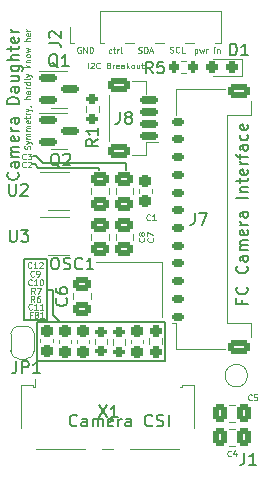
<source format=gbr>
%TF.GenerationSoftware,KiCad,Pcbnew,8.0.2-1*%
%TF.CreationDate,2024-05-28T17:40:09-07:00*%
%TF.ProjectId,camera_v2,63616d65-7261-45f7-9632-2e6b69636164,rev?*%
%TF.SameCoordinates,Original*%
%TF.FileFunction,Legend,Top*%
%TF.FilePolarity,Positive*%
%FSLAX46Y46*%
G04 Gerber Fmt 4.6, Leading zero omitted, Abs format (unit mm)*
G04 Created by KiCad (PCBNEW 8.0.2-1) date 2024-05-28 17:40:09*
%MOMM*%
%LPD*%
G01*
G04 APERTURE LIST*
G04 Aperture macros list*
%AMRoundRect*
0 Rectangle with rounded corners*
0 $1 Rounding radius*
0 $2 $3 $4 $5 $6 $7 $8 $9 X,Y pos of 4 corners*
0 Add a 4 corners polygon primitive as box body*
4,1,4,$2,$3,$4,$5,$6,$7,$8,$9,$2,$3,0*
0 Add four circle primitives for the rounded corners*
1,1,$1+$1,$2,$3*
1,1,$1+$1,$4,$5*
1,1,$1+$1,$6,$7*
1,1,$1+$1,$8,$9*
0 Add four rect primitives between the rounded corners*
20,1,$1+$1,$2,$3,$4,$5,0*
20,1,$1+$1,$4,$5,$6,$7,0*
20,1,$1+$1,$6,$7,$8,$9,0*
20,1,$1+$1,$8,$9,$2,$3,0*%
%AMFreePoly0*
4,1,19,0.500000,-0.750000,0.000000,-0.750000,0.000000,-0.744911,-0.071157,-0.744911,-0.207708,-0.704816,-0.327430,-0.627875,-0.420627,-0.520320,-0.479746,-0.390866,-0.500000,-0.250000,-0.500000,0.250000,-0.479746,0.390866,-0.420627,0.520320,-0.327430,0.627875,-0.207708,0.704816,-0.071157,0.744911,0.000000,0.744911,0.000000,0.750000,0.500000,0.750000,0.500000,-0.750000,0.500000,-0.750000,
$1*%
%AMFreePoly1*
4,1,19,0.000000,0.744911,0.071157,0.744911,0.207708,0.704816,0.327430,0.627875,0.420627,0.520320,0.479746,0.390866,0.500000,0.250000,0.500000,-0.250000,0.479746,-0.390866,0.420627,-0.520320,0.327430,-0.627875,0.207708,-0.704816,0.071157,-0.744911,0.000000,-0.744911,0.000000,-0.750000,-0.500000,-0.750000,-0.500000,0.750000,0.000000,0.750000,0.000000,0.744911,0.000000,0.744911,
$1*%
G04 Aperture macros list end*
%ADD10C,0.150000*%
%ADD11C,0.125000*%
%ADD12C,0.120000*%
%ADD13RoundRect,0.250000X-0.475000X0.337500X-0.475000X-0.337500X0.475000X-0.337500X0.475000X0.337500X0*%
%ADD14R,2.100000X1.800000*%
%ADD15FreePoly0,90.000000*%
%ADD16FreePoly1,90.000000*%
%ADD17RoundRect,0.237500X-0.237500X0.300000X-0.237500X-0.300000X0.237500X-0.300000X0.237500X0.300000X0*%
%ADD18RoundRect,0.250000X0.475000X-0.337500X0.475000X0.337500X-0.475000X0.337500X-0.475000X-0.337500X0*%
%ADD19RoundRect,0.237500X0.237500X-0.300000X0.237500X0.300000X-0.237500X0.300000X-0.237500X-0.300000X0*%
%ADD20RoundRect,0.250000X-0.337500X-0.475000X0.337500X-0.475000X0.337500X0.475000X-0.337500X0.475000X0*%
%ADD21RoundRect,0.150000X0.350000X-0.150000X0.350000X0.150000X-0.350000X0.150000X-0.350000X-0.150000X0*%
%ADD22RoundRect,0.250000X0.650000X-0.375000X0.650000X0.375000X-0.650000X0.375000X-0.650000X-0.375000X0*%
%ADD23RoundRect,0.200000X0.275000X-0.200000X0.275000X0.200000X-0.275000X0.200000X-0.275000X-0.200000X0*%
%ADD24R,1.560000X0.650000*%
%ADD25RoundRect,0.237500X-0.237500X0.250000X-0.237500X-0.250000X0.237500X-0.250000X0.237500X0.250000X0*%
%ADD26C,1.500000*%
%ADD27RoundRect,0.200000X-0.275000X0.200000X-0.275000X-0.200000X0.275000X-0.200000X0.275000X0.200000X0*%
%ADD28R,1.700000X1.700000*%
%ADD29O,1.700000X1.700000*%
%ADD30RoundRect,0.237500X0.287500X0.237500X-0.287500X0.237500X-0.287500X-0.237500X0.287500X-0.237500X0*%
%ADD31R,0.300000X0.800000*%
%ADD32R,1.220000X1.400000*%
%ADD33R,0.850000X1.400000*%
%ADD34RoundRect,0.150000X-0.587500X-0.150000X0.587500X-0.150000X0.587500X0.150000X-0.587500X0.150000X0*%
%ADD35RoundRect,0.150000X0.625000X-0.150000X0.625000X0.150000X-0.625000X0.150000X-0.625000X-0.150000X0*%
%ADD36RoundRect,0.250000X0.650000X-0.350000X0.650000X0.350000X-0.650000X0.350000X-0.650000X-0.350000X0*%
%ADD37RoundRect,0.200000X-0.200000X-0.275000X0.200000X-0.275000X0.200000X0.275000X-0.200000X0.275000X0*%
G04 APERTURE END LIST*
D10*
X148530000Y-125320000D02*
X150450000Y-125320000D01*
X150450000Y-130440000D01*
X148530000Y-130440000D01*
X148530000Y-125320000D01*
X157100000Y-117200000D02*
X157100000Y-117760000D01*
X149590000Y-130590000D02*
X160460000Y-130590000D01*
X160460000Y-133940000D01*
X149590000Y-133940000D01*
X149590000Y-130590000D01*
X154860000Y-117570000D02*
X154860000Y-117760000D01*
X150090000Y-117200000D02*
X157100000Y-117200000D01*
X149260000Y-116590000D02*
X149480000Y-116590000D01*
X150450000Y-127880000D02*
X150960000Y-127880000D01*
X150960000Y-130020000D02*
X151530000Y-130590000D01*
X149480000Y-116590000D02*
X150090000Y-117200000D01*
X149220000Y-117280000D02*
X149430000Y-117280000D01*
X149430000Y-117280000D02*
X149720000Y-117570000D01*
X149720000Y-117570000D02*
X154860000Y-117570000D01*
X150960000Y-127880000D02*
X150960000Y-130020000D01*
D11*
X162951283Y-107498976D02*
X162951283Y-107998976D01*
X162951283Y-107522785D02*
X162998902Y-107498976D01*
X162998902Y-107498976D02*
X163094140Y-107498976D01*
X163094140Y-107498976D02*
X163141759Y-107522785D01*
X163141759Y-107522785D02*
X163165569Y-107546595D01*
X163165569Y-107546595D02*
X163189378Y-107594214D01*
X163189378Y-107594214D02*
X163189378Y-107737071D01*
X163189378Y-107737071D02*
X163165569Y-107784690D01*
X163165569Y-107784690D02*
X163141759Y-107808500D01*
X163141759Y-107808500D02*
X163094140Y-107832309D01*
X163094140Y-107832309D02*
X162998902Y-107832309D01*
X162998902Y-107832309D02*
X162951283Y-107808500D01*
X163356045Y-107498976D02*
X163451283Y-107832309D01*
X163451283Y-107832309D02*
X163546521Y-107594214D01*
X163546521Y-107594214D02*
X163641759Y-107832309D01*
X163641759Y-107832309D02*
X163736997Y-107498976D01*
X163927474Y-107832309D02*
X163927474Y-107498976D01*
X163927474Y-107594214D02*
X163951284Y-107546595D01*
X163951284Y-107546595D02*
X163975093Y-107522785D01*
X163975093Y-107522785D02*
X164022712Y-107498976D01*
X164022712Y-107498976D02*
X164070331Y-107498976D01*
X164617950Y-107832309D02*
X164617950Y-107498976D01*
X164617950Y-107332309D02*
X164594141Y-107356119D01*
X164594141Y-107356119D02*
X164617950Y-107379928D01*
X164617950Y-107379928D02*
X164641760Y-107356119D01*
X164641760Y-107356119D02*
X164617950Y-107332309D01*
X164617950Y-107332309D02*
X164617950Y-107379928D01*
X164856045Y-107498976D02*
X164856045Y-107832309D01*
X164856045Y-107546595D02*
X164879855Y-107522785D01*
X164879855Y-107522785D02*
X164927474Y-107498976D01*
X164927474Y-107498976D02*
X164998902Y-107498976D01*
X164998902Y-107498976D02*
X165046521Y-107522785D01*
X165046521Y-107522785D02*
X165070331Y-107570404D01*
X165070331Y-107570404D02*
X165070331Y-107832309D01*
X149008500Y-115972525D02*
X149032309Y-115901097D01*
X149032309Y-115901097D02*
X149032309Y-115782049D01*
X149032309Y-115782049D02*
X149008500Y-115734430D01*
X149008500Y-115734430D02*
X148984690Y-115710621D01*
X148984690Y-115710621D02*
X148937071Y-115686811D01*
X148937071Y-115686811D02*
X148889452Y-115686811D01*
X148889452Y-115686811D02*
X148841833Y-115710621D01*
X148841833Y-115710621D02*
X148818023Y-115734430D01*
X148818023Y-115734430D02*
X148794214Y-115782049D01*
X148794214Y-115782049D02*
X148770404Y-115877287D01*
X148770404Y-115877287D02*
X148746595Y-115924906D01*
X148746595Y-115924906D02*
X148722785Y-115948716D01*
X148722785Y-115948716D02*
X148675166Y-115972525D01*
X148675166Y-115972525D02*
X148627547Y-115972525D01*
X148627547Y-115972525D02*
X148579928Y-115948716D01*
X148579928Y-115948716D02*
X148556119Y-115924906D01*
X148556119Y-115924906D02*
X148532309Y-115877287D01*
X148532309Y-115877287D02*
X148532309Y-115758240D01*
X148532309Y-115758240D02*
X148556119Y-115686811D01*
X148698976Y-115520145D02*
X149032309Y-115401097D01*
X148698976Y-115282050D02*
X149032309Y-115401097D01*
X149032309Y-115401097D02*
X149151357Y-115448716D01*
X149151357Y-115448716D02*
X149175166Y-115472526D01*
X149175166Y-115472526D02*
X149198976Y-115520145D01*
X149032309Y-115091574D02*
X148698976Y-115091574D01*
X148746595Y-115091574D02*
X148722785Y-115067764D01*
X148722785Y-115067764D02*
X148698976Y-115020145D01*
X148698976Y-115020145D02*
X148698976Y-114948717D01*
X148698976Y-114948717D02*
X148722785Y-114901098D01*
X148722785Y-114901098D02*
X148770404Y-114877288D01*
X148770404Y-114877288D02*
X149032309Y-114877288D01*
X148770404Y-114877288D02*
X148722785Y-114853479D01*
X148722785Y-114853479D02*
X148698976Y-114805860D01*
X148698976Y-114805860D02*
X148698976Y-114734431D01*
X148698976Y-114734431D02*
X148722785Y-114686812D01*
X148722785Y-114686812D02*
X148770404Y-114663002D01*
X148770404Y-114663002D02*
X149032309Y-114663002D01*
X149032309Y-114424907D02*
X148698976Y-114424907D01*
X148746595Y-114424907D02*
X148722785Y-114401097D01*
X148722785Y-114401097D02*
X148698976Y-114353478D01*
X148698976Y-114353478D02*
X148698976Y-114282050D01*
X148698976Y-114282050D02*
X148722785Y-114234431D01*
X148722785Y-114234431D02*
X148770404Y-114210621D01*
X148770404Y-114210621D02*
X149032309Y-114210621D01*
X148770404Y-114210621D02*
X148722785Y-114186812D01*
X148722785Y-114186812D02*
X148698976Y-114139193D01*
X148698976Y-114139193D02*
X148698976Y-114067764D01*
X148698976Y-114067764D02*
X148722785Y-114020145D01*
X148722785Y-114020145D02*
X148770404Y-113996335D01*
X148770404Y-113996335D02*
X149032309Y-113996335D01*
X149008500Y-113567764D02*
X149032309Y-113615383D01*
X149032309Y-113615383D02*
X149032309Y-113710621D01*
X149032309Y-113710621D02*
X149008500Y-113758240D01*
X149008500Y-113758240D02*
X148960880Y-113782049D01*
X148960880Y-113782049D02*
X148770404Y-113782049D01*
X148770404Y-113782049D02*
X148722785Y-113758240D01*
X148722785Y-113758240D02*
X148698976Y-113710621D01*
X148698976Y-113710621D02*
X148698976Y-113615383D01*
X148698976Y-113615383D02*
X148722785Y-113567764D01*
X148722785Y-113567764D02*
X148770404Y-113543954D01*
X148770404Y-113543954D02*
X148818023Y-113543954D01*
X148818023Y-113543954D02*
X148865642Y-113782049D01*
X148698976Y-113401097D02*
X148698976Y-113210621D01*
X148532309Y-113329669D02*
X148960880Y-113329669D01*
X148960880Y-113329669D02*
X149008500Y-113305859D01*
X149008500Y-113305859D02*
X149032309Y-113258240D01*
X149032309Y-113258240D02*
X149032309Y-113210621D01*
X149032309Y-113043955D02*
X148698976Y-113043955D01*
X148794214Y-113043955D02*
X148746595Y-113020145D01*
X148746595Y-113020145D02*
X148722785Y-112996336D01*
X148722785Y-112996336D02*
X148698976Y-112948717D01*
X148698976Y-112948717D02*
X148698976Y-112901098D01*
X148698976Y-112782050D02*
X149032309Y-112663002D01*
X148698976Y-112543955D02*
X149032309Y-112663002D01*
X149032309Y-112663002D02*
X149151357Y-112710621D01*
X149151357Y-112710621D02*
X149175166Y-112734431D01*
X149175166Y-112734431D02*
X149198976Y-112782050D01*
X149008500Y-112329669D02*
X149032309Y-112329669D01*
X149032309Y-112329669D02*
X149079928Y-112353479D01*
X149079928Y-112353479D02*
X149103738Y-112377288D01*
X149032309Y-111734432D02*
X148532309Y-111734432D01*
X149032309Y-111520146D02*
X148770404Y-111520146D01*
X148770404Y-111520146D02*
X148722785Y-111543956D01*
X148722785Y-111543956D02*
X148698976Y-111591575D01*
X148698976Y-111591575D02*
X148698976Y-111663003D01*
X148698976Y-111663003D02*
X148722785Y-111710622D01*
X148722785Y-111710622D02*
X148746595Y-111734432D01*
X149032309Y-111067765D02*
X148770404Y-111067765D01*
X148770404Y-111067765D02*
X148722785Y-111091575D01*
X148722785Y-111091575D02*
X148698976Y-111139194D01*
X148698976Y-111139194D02*
X148698976Y-111234432D01*
X148698976Y-111234432D02*
X148722785Y-111282051D01*
X149008500Y-111067765D02*
X149032309Y-111115384D01*
X149032309Y-111115384D02*
X149032309Y-111234432D01*
X149032309Y-111234432D02*
X149008500Y-111282051D01*
X149008500Y-111282051D02*
X148960880Y-111305860D01*
X148960880Y-111305860D02*
X148913261Y-111305860D01*
X148913261Y-111305860D02*
X148865642Y-111282051D01*
X148865642Y-111282051D02*
X148841833Y-111234432D01*
X148841833Y-111234432D02*
X148841833Y-111115384D01*
X148841833Y-111115384D02*
X148818023Y-111067765D01*
X149032309Y-110829670D02*
X148698976Y-110829670D01*
X148794214Y-110829670D02*
X148746595Y-110805860D01*
X148746595Y-110805860D02*
X148722785Y-110782051D01*
X148722785Y-110782051D02*
X148698976Y-110734432D01*
X148698976Y-110734432D02*
X148698976Y-110686813D01*
X149032309Y-110305860D02*
X148532309Y-110305860D01*
X149008500Y-110305860D02*
X149032309Y-110353479D01*
X149032309Y-110353479D02*
X149032309Y-110448717D01*
X149032309Y-110448717D02*
X149008500Y-110496336D01*
X149008500Y-110496336D02*
X148984690Y-110520146D01*
X148984690Y-110520146D02*
X148937071Y-110543955D01*
X148937071Y-110543955D02*
X148794214Y-110543955D01*
X148794214Y-110543955D02*
X148746595Y-110520146D01*
X148746595Y-110520146D02*
X148722785Y-110496336D01*
X148722785Y-110496336D02*
X148698976Y-110448717D01*
X148698976Y-110448717D02*
X148698976Y-110353479D01*
X148698976Y-110353479D02*
X148722785Y-110305860D01*
X149032309Y-109996336D02*
X149008500Y-110043955D01*
X149008500Y-110043955D02*
X148960880Y-110067765D01*
X148960880Y-110067765D02*
X148532309Y-110067765D01*
X148698976Y-109853479D02*
X149032309Y-109734431D01*
X148698976Y-109615384D02*
X149032309Y-109734431D01*
X149032309Y-109734431D02*
X149151357Y-109782050D01*
X149151357Y-109782050D02*
X149175166Y-109805860D01*
X149175166Y-109805860D02*
X149198976Y-109853479D01*
X149032309Y-109043956D02*
X148532309Y-109043956D01*
X148841833Y-108996337D02*
X149032309Y-108853480D01*
X148698976Y-108853480D02*
X148889452Y-109043956D01*
X148698976Y-108639194D02*
X149032309Y-108639194D01*
X148746595Y-108639194D02*
X148722785Y-108615384D01*
X148722785Y-108615384D02*
X148698976Y-108567765D01*
X148698976Y-108567765D02*
X148698976Y-108496337D01*
X148698976Y-108496337D02*
X148722785Y-108448718D01*
X148722785Y-108448718D02*
X148770404Y-108424908D01*
X148770404Y-108424908D02*
X149032309Y-108424908D01*
X149032309Y-108115384D02*
X149008500Y-108163003D01*
X149008500Y-108163003D02*
X148984690Y-108186813D01*
X148984690Y-108186813D02*
X148937071Y-108210622D01*
X148937071Y-108210622D02*
X148794214Y-108210622D01*
X148794214Y-108210622D02*
X148746595Y-108186813D01*
X148746595Y-108186813D02*
X148722785Y-108163003D01*
X148722785Y-108163003D02*
X148698976Y-108115384D01*
X148698976Y-108115384D02*
X148698976Y-108043956D01*
X148698976Y-108043956D02*
X148722785Y-107996337D01*
X148722785Y-107996337D02*
X148746595Y-107972527D01*
X148746595Y-107972527D02*
X148794214Y-107948718D01*
X148794214Y-107948718D02*
X148937071Y-107948718D01*
X148937071Y-107948718D02*
X148984690Y-107972527D01*
X148984690Y-107972527D02*
X149008500Y-107996337D01*
X149008500Y-107996337D02*
X149032309Y-108043956D01*
X149032309Y-108043956D02*
X149032309Y-108115384D01*
X148698976Y-107782051D02*
X149032309Y-107686813D01*
X149032309Y-107686813D02*
X148794214Y-107591575D01*
X148794214Y-107591575D02*
X149032309Y-107496337D01*
X149032309Y-107496337D02*
X148698976Y-107401099D01*
X149032309Y-106829670D02*
X148532309Y-106829670D01*
X149032309Y-106615384D02*
X148770404Y-106615384D01*
X148770404Y-106615384D02*
X148722785Y-106639194D01*
X148722785Y-106639194D02*
X148698976Y-106686813D01*
X148698976Y-106686813D02*
X148698976Y-106758241D01*
X148698976Y-106758241D02*
X148722785Y-106805860D01*
X148722785Y-106805860D02*
X148746595Y-106829670D01*
X149008500Y-106186813D02*
X149032309Y-106234432D01*
X149032309Y-106234432D02*
X149032309Y-106329670D01*
X149032309Y-106329670D02*
X149008500Y-106377289D01*
X149008500Y-106377289D02*
X148960880Y-106401098D01*
X148960880Y-106401098D02*
X148770404Y-106401098D01*
X148770404Y-106401098D02*
X148722785Y-106377289D01*
X148722785Y-106377289D02*
X148698976Y-106329670D01*
X148698976Y-106329670D02*
X148698976Y-106234432D01*
X148698976Y-106234432D02*
X148722785Y-106186813D01*
X148722785Y-106186813D02*
X148770404Y-106163003D01*
X148770404Y-106163003D02*
X148818023Y-106163003D01*
X148818023Y-106163003D02*
X148865642Y-106401098D01*
X149032309Y-105948718D02*
X148698976Y-105948718D01*
X148794214Y-105948718D02*
X148746595Y-105924908D01*
X148746595Y-105924908D02*
X148722785Y-105901099D01*
X148722785Y-105901099D02*
X148698976Y-105853480D01*
X148698976Y-105853480D02*
X148698976Y-105805861D01*
D10*
X166936009Y-128749887D02*
X166936009Y-129083220D01*
X167459819Y-129083220D02*
X166459819Y-129083220D01*
X166459819Y-129083220D02*
X166459819Y-128607030D01*
X167364580Y-127654649D02*
X167412200Y-127702268D01*
X167412200Y-127702268D02*
X167459819Y-127845125D01*
X167459819Y-127845125D02*
X167459819Y-127940363D01*
X167459819Y-127940363D02*
X167412200Y-128083220D01*
X167412200Y-128083220D02*
X167316961Y-128178458D01*
X167316961Y-128178458D02*
X167221723Y-128226077D01*
X167221723Y-128226077D02*
X167031247Y-128273696D01*
X167031247Y-128273696D02*
X166888390Y-128273696D01*
X166888390Y-128273696D02*
X166697914Y-128226077D01*
X166697914Y-128226077D02*
X166602676Y-128178458D01*
X166602676Y-128178458D02*
X166507438Y-128083220D01*
X166507438Y-128083220D02*
X166459819Y-127940363D01*
X166459819Y-127940363D02*
X166459819Y-127845125D01*
X166459819Y-127845125D02*
X166507438Y-127702268D01*
X166507438Y-127702268D02*
X166555057Y-127654649D01*
X167364580Y-125892744D02*
X167412200Y-125940363D01*
X167412200Y-125940363D02*
X167459819Y-126083220D01*
X167459819Y-126083220D02*
X167459819Y-126178458D01*
X167459819Y-126178458D02*
X167412200Y-126321315D01*
X167412200Y-126321315D02*
X167316961Y-126416553D01*
X167316961Y-126416553D02*
X167221723Y-126464172D01*
X167221723Y-126464172D02*
X167031247Y-126511791D01*
X167031247Y-126511791D02*
X166888390Y-126511791D01*
X166888390Y-126511791D02*
X166697914Y-126464172D01*
X166697914Y-126464172D02*
X166602676Y-126416553D01*
X166602676Y-126416553D02*
X166507438Y-126321315D01*
X166507438Y-126321315D02*
X166459819Y-126178458D01*
X166459819Y-126178458D02*
X166459819Y-126083220D01*
X166459819Y-126083220D02*
X166507438Y-125940363D01*
X166507438Y-125940363D02*
X166555057Y-125892744D01*
X167459819Y-125035601D02*
X166936009Y-125035601D01*
X166936009Y-125035601D02*
X166840771Y-125083220D01*
X166840771Y-125083220D02*
X166793152Y-125178458D01*
X166793152Y-125178458D02*
X166793152Y-125368934D01*
X166793152Y-125368934D02*
X166840771Y-125464172D01*
X167412200Y-125035601D02*
X167459819Y-125130839D01*
X167459819Y-125130839D02*
X167459819Y-125368934D01*
X167459819Y-125368934D02*
X167412200Y-125464172D01*
X167412200Y-125464172D02*
X167316961Y-125511791D01*
X167316961Y-125511791D02*
X167221723Y-125511791D01*
X167221723Y-125511791D02*
X167126485Y-125464172D01*
X167126485Y-125464172D02*
X167078866Y-125368934D01*
X167078866Y-125368934D02*
X167078866Y-125130839D01*
X167078866Y-125130839D02*
X167031247Y-125035601D01*
X167459819Y-124559410D02*
X166793152Y-124559410D01*
X166888390Y-124559410D02*
X166840771Y-124511791D01*
X166840771Y-124511791D02*
X166793152Y-124416553D01*
X166793152Y-124416553D02*
X166793152Y-124273696D01*
X166793152Y-124273696D02*
X166840771Y-124178458D01*
X166840771Y-124178458D02*
X166936009Y-124130839D01*
X166936009Y-124130839D02*
X167459819Y-124130839D01*
X166936009Y-124130839D02*
X166840771Y-124083220D01*
X166840771Y-124083220D02*
X166793152Y-123987982D01*
X166793152Y-123987982D02*
X166793152Y-123845125D01*
X166793152Y-123845125D02*
X166840771Y-123749886D01*
X166840771Y-123749886D02*
X166936009Y-123702267D01*
X166936009Y-123702267D02*
X167459819Y-123702267D01*
X167412200Y-122845125D02*
X167459819Y-122940363D01*
X167459819Y-122940363D02*
X167459819Y-123130839D01*
X167459819Y-123130839D02*
X167412200Y-123226077D01*
X167412200Y-123226077D02*
X167316961Y-123273696D01*
X167316961Y-123273696D02*
X166936009Y-123273696D01*
X166936009Y-123273696D02*
X166840771Y-123226077D01*
X166840771Y-123226077D02*
X166793152Y-123130839D01*
X166793152Y-123130839D02*
X166793152Y-122940363D01*
X166793152Y-122940363D02*
X166840771Y-122845125D01*
X166840771Y-122845125D02*
X166936009Y-122797506D01*
X166936009Y-122797506D02*
X167031247Y-122797506D01*
X167031247Y-122797506D02*
X167126485Y-123273696D01*
X167459819Y-122368934D02*
X166793152Y-122368934D01*
X166983628Y-122368934D02*
X166888390Y-122321315D01*
X166888390Y-122321315D02*
X166840771Y-122273696D01*
X166840771Y-122273696D02*
X166793152Y-122178458D01*
X166793152Y-122178458D02*
X166793152Y-122083220D01*
X167459819Y-121321315D02*
X166936009Y-121321315D01*
X166936009Y-121321315D02*
X166840771Y-121368934D01*
X166840771Y-121368934D02*
X166793152Y-121464172D01*
X166793152Y-121464172D02*
X166793152Y-121654648D01*
X166793152Y-121654648D02*
X166840771Y-121749886D01*
X167412200Y-121321315D02*
X167459819Y-121416553D01*
X167459819Y-121416553D02*
X167459819Y-121654648D01*
X167459819Y-121654648D02*
X167412200Y-121749886D01*
X167412200Y-121749886D02*
X167316961Y-121797505D01*
X167316961Y-121797505D02*
X167221723Y-121797505D01*
X167221723Y-121797505D02*
X167126485Y-121749886D01*
X167126485Y-121749886D02*
X167078866Y-121654648D01*
X167078866Y-121654648D02*
X167078866Y-121416553D01*
X167078866Y-121416553D02*
X167031247Y-121321315D01*
X167459819Y-120083219D02*
X166459819Y-120083219D01*
X166793152Y-119607029D02*
X167459819Y-119607029D01*
X166888390Y-119607029D02*
X166840771Y-119559410D01*
X166840771Y-119559410D02*
X166793152Y-119464172D01*
X166793152Y-119464172D02*
X166793152Y-119321315D01*
X166793152Y-119321315D02*
X166840771Y-119226077D01*
X166840771Y-119226077D02*
X166936009Y-119178458D01*
X166936009Y-119178458D02*
X167459819Y-119178458D01*
X166793152Y-118845124D02*
X166793152Y-118464172D01*
X166459819Y-118702267D02*
X167316961Y-118702267D01*
X167316961Y-118702267D02*
X167412200Y-118654648D01*
X167412200Y-118654648D02*
X167459819Y-118559410D01*
X167459819Y-118559410D02*
X167459819Y-118464172D01*
X167412200Y-117749886D02*
X167459819Y-117845124D01*
X167459819Y-117845124D02*
X167459819Y-118035600D01*
X167459819Y-118035600D02*
X167412200Y-118130838D01*
X167412200Y-118130838D02*
X167316961Y-118178457D01*
X167316961Y-118178457D02*
X166936009Y-118178457D01*
X166936009Y-118178457D02*
X166840771Y-118130838D01*
X166840771Y-118130838D02*
X166793152Y-118035600D01*
X166793152Y-118035600D02*
X166793152Y-117845124D01*
X166793152Y-117845124D02*
X166840771Y-117749886D01*
X166840771Y-117749886D02*
X166936009Y-117702267D01*
X166936009Y-117702267D02*
X167031247Y-117702267D01*
X167031247Y-117702267D02*
X167126485Y-118178457D01*
X167459819Y-117273695D02*
X166793152Y-117273695D01*
X166983628Y-117273695D02*
X166888390Y-117226076D01*
X166888390Y-117226076D02*
X166840771Y-117178457D01*
X166840771Y-117178457D02*
X166793152Y-117083219D01*
X166793152Y-117083219D02*
X166793152Y-116987981D01*
X166793152Y-116797504D02*
X166793152Y-116416552D01*
X167459819Y-116654647D02*
X166602676Y-116654647D01*
X166602676Y-116654647D02*
X166507438Y-116607028D01*
X166507438Y-116607028D02*
X166459819Y-116511790D01*
X166459819Y-116511790D02*
X166459819Y-116416552D01*
X167459819Y-115654647D02*
X166936009Y-115654647D01*
X166936009Y-115654647D02*
X166840771Y-115702266D01*
X166840771Y-115702266D02*
X166793152Y-115797504D01*
X166793152Y-115797504D02*
X166793152Y-115987980D01*
X166793152Y-115987980D02*
X166840771Y-116083218D01*
X167412200Y-115654647D02*
X167459819Y-115749885D01*
X167459819Y-115749885D02*
X167459819Y-115987980D01*
X167459819Y-115987980D02*
X167412200Y-116083218D01*
X167412200Y-116083218D02*
X167316961Y-116130837D01*
X167316961Y-116130837D02*
X167221723Y-116130837D01*
X167221723Y-116130837D02*
X167126485Y-116083218D01*
X167126485Y-116083218D02*
X167078866Y-115987980D01*
X167078866Y-115987980D02*
X167078866Y-115749885D01*
X167078866Y-115749885D02*
X167031247Y-115654647D01*
X167412200Y-114749885D02*
X167459819Y-114845123D01*
X167459819Y-114845123D02*
X167459819Y-115035599D01*
X167459819Y-115035599D02*
X167412200Y-115130837D01*
X167412200Y-115130837D02*
X167364580Y-115178456D01*
X167364580Y-115178456D02*
X167269342Y-115226075D01*
X167269342Y-115226075D02*
X166983628Y-115226075D01*
X166983628Y-115226075D02*
X166888390Y-115178456D01*
X166888390Y-115178456D02*
X166840771Y-115130837D01*
X166840771Y-115130837D02*
X166793152Y-115035599D01*
X166793152Y-115035599D02*
X166793152Y-114845123D01*
X166793152Y-114845123D02*
X166840771Y-114749885D01*
X167412200Y-113940361D02*
X167459819Y-114035599D01*
X167459819Y-114035599D02*
X167459819Y-114226075D01*
X167459819Y-114226075D02*
X167412200Y-114321313D01*
X167412200Y-114321313D02*
X167316961Y-114368932D01*
X167316961Y-114368932D02*
X166936009Y-114368932D01*
X166936009Y-114368932D02*
X166840771Y-114321313D01*
X166840771Y-114321313D02*
X166793152Y-114226075D01*
X166793152Y-114226075D02*
X166793152Y-114035599D01*
X166793152Y-114035599D02*
X166840771Y-113940361D01*
X166840771Y-113940361D02*
X166936009Y-113892742D01*
X166936009Y-113892742D02*
X167031247Y-113892742D01*
X167031247Y-113892742D02*
X167126485Y-114368932D01*
D11*
X160857474Y-107778500D02*
X160928902Y-107802309D01*
X160928902Y-107802309D02*
X161047950Y-107802309D01*
X161047950Y-107802309D02*
X161095569Y-107778500D01*
X161095569Y-107778500D02*
X161119378Y-107754690D01*
X161119378Y-107754690D02*
X161143188Y-107707071D01*
X161143188Y-107707071D02*
X161143188Y-107659452D01*
X161143188Y-107659452D02*
X161119378Y-107611833D01*
X161119378Y-107611833D02*
X161095569Y-107588023D01*
X161095569Y-107588023D02*
X161047950Y-107564214D01*
X161047950Y-107564214D02*
X160952712Y-107540404D01*
X160952712Y-107540404D02*
X160905093Y-107516595D01*
X160905093Y-107516595D02*
X160881283Y-107492785D01*
X160881283Y-107492785D02*
X160857474Y-107445166D01*
X160857474Y-107445166D02*
X160857474Y-107397547D01*
X160857474Y-107397547D02*
X160881283Y-107349928D01*
X160881283Y-107349928D02*
X160905093Y-107326119D01*
X160905093Y-107326119D02*
X160952712Y-107302309D01*
X160952712Y-107302309D02*
X161071759Y-107302309D01*
X161071759Y-107302309D02*
X161143188Y-107326119D01*
X161643187Y-107754690D02*
X161619378Y-107778500D01*
X161619378Y-107778500D02*
X161547949Y-107802309D01*
X161547949Y-107802309D02*
X161500330Y-107802309D01*
X161500330Y-107802309D02*
X161428902Y-107778500D01*
X161428902Y-107778500D02*
X161381283Y-107730880D01*
X161381283Y-107730880D02*
X161357473Y-107683261D01*
X161357473Y-107683261D02*
X161333664Y-107588023D01*
X161333664Y-107588023D02*
X161333664Y-107516595D01*
X161333664Y-107516595D02*
X161357473Y-107421357D01*
X161357473Y-107421357D02*
X161381283Y-107373738D01*
X161381283Y-107373738D02*
X161428902Y-107326119D01*
X161428902Y-107326119D02*
X161500330Y-107302309D01*
X161500330Y-107302309D02*
X161547949Y-107302309D01*
X161547949Y-107302309D02*
X161619378Y-107326119D01*
X161619378Y-107326119D02*
X161643187Y-107349928D01*
X162095568Y-107802309D02*
X161857473Y-107802309D01*
X161857473Y-107802309D02*
X161857473Y-107302309D01*
X153921283Y-109152309D02*
X153921283Y-108652309D01*
X154135569Y-108699928D02*
X154159378Y-108676119D01*
X154159378Y-108676119D02*
X154206997Y-108652309D01*
X154206997Y-108652309D02*
X154326045Y-108652309D01*
X154326045Y-108652309D02*
X154373664Y-108676119D01*
X154373664Y-108676119D02*
X154397473Y-108699928D01*
X154397473Y-108699928D02*
X154421283Y-108747547D01*
X154421283Y-108747547D02*
X154421283Y-108795166D01*
X154421283Y-108795166D02*
X154397473Y-108866595D01*
X154397473Y-108866595D02*
X154111759Y-109152309D01*
X154111759Y-109152309D02*
X154421283Y-109152309D01*
X154921282Y-109104690D02*
X154897473Y-109128500D01*
X154897473Y-109128500D02*
X154826044Y-109152309D01*
X154826044Y-109152309D02*
X154778425Y-109152309D01*
X154778425Y-109152309D02*
X154706997Y-109128500D01*
X154706997Y-109128500D02*
X154659378Y-109080880D01*
X154659378Y-109080880D02*
X154635568Y-109033261D01*
X154635568Y-109033261D02*
X154611759Y-108938023D01*
X154611759Y-108938023D02*
X154611759Y-108866595D01*
X154611759Y-108866595D02*
X154635568Y-108771357D01*
X154635568Y-108771357D02*
X154659378Y-108723738D01*
X154659378Y-108723738D02*
X154706997Y-108676119D01*
X154706997Y-108676119D02*
X154778425Y-108652309D01*
X154778425Y-108652309D02*
X154826044Y-108652309D01*
X154826044Y-108652309D02*
X154897473Y-108676119D01*
X154897473Y-108676119D02*
X154921282Y-108699928D01*
X155683187Y-108890404D02*
X155754615Y-108914214D01*
X155754615Y-108914214D02*
X155778425Y-108938023D01*
X155778425Y-108938023D02*
X155802234Y-108985642D01*
X155802234Y-108985642D02*
X155802234Y-109057071D01*
X155802234Y-109057071D02*
X155778425Y-109104690D01*
X155778425Y-109104690D02*
X155754615Y-109128500D01*
X155754615Y-109128500D02*
X155706996Y-109152309D01*
X155706996Y-109152309D02*
X155516520Y-109152309D01*
X155516520Y-109152309D02*
X155516520Y-108652309D01*
X155516520Y-108652309D02*
X155683187Y-108652309D01*
X155683187Y-108652309D02*
X155730806Y-108676119D01*
X155730806Y-108676119D02*
X155754615Y-108699928D01*
X155754615Y-108699928D02*
X155778425Y-108747547D01*
X155778425Y-108747547D02*
X155778425Y-108795166D01*
X155778425Y-108795166D02*
X155754615Y-108842785D01*
X155754615Y-108842785D02*
X155730806Y-108866595D01*
X155730806Y-108866595D02*
X155683187Y-108890404D01*
X155683187Y-108890404D02*
X155516520Y-108890404D01*
X156016520Y-109152309D02*
X156016520Y-108818976D01*
X156016520Y-108914214D02*
X156040330Y-108866595D01*
X156040330Y-108866595D02*
X156064139Y-108842785D01*
X156064139Y-108842785D02*
X156111758Y-108818976D01*
X156111758Y-108818976D02*
X156159377Y-108818976D01*
X156516520Y-109128500D02*
X156468901Y-109152309D01*
X156468901Y-109152309D02*
X156373663Y-109152309D01*
X156373663Y-109152309D02*
X156326044Y-109128500D01*
X156326044Y-109128500D02*
X156302235Y-109080880D01*
X156302235Y-109080880D02*
X156302235Y-108890404D01*
X156302235Y-108890404D02*
X156326044Y-108842785D01*
X156326044Y-108842785D02*
X156373663Y-108818976D01*
X156373663Y-108818976D02*
X156468901Y-108818976D01*
X156468901Y-108818976D02*
X156516520Y-108842785D01*
X156516520Y-108842785D02*
X156540330Y-108890404D01*
X156540330Y-108890404D02*
X156540330Y-108938023D01*
X156540330Y-108938023D02*
X156302235Y-108985642D01*
X156968901Y-109152309D02*
X156968901Y-108890404D01*
X156968901Y-108890404D02*
X156945091Y-108842785D01*
X156945091Y-108842785D02*
X156897472Y-108818976D01*
X156897472Y-108818976D02*
X156802234Y-108818976D01*
X156802234Y-108818976D02*
X156754615Y-108842785D01*
X156968901Y-109128500D02*
X156921282Y-109152309D01*
X156921282Y-109152309D02*
X156802234Y-109152309D01*
X156802234Y-109152309D02*
X156754615Y-109128500D01*
X156754615Y-109128500D02*
X156730806Y-109080880D01*
X156730806Y-109080880D02*
X156730806Y-109033261D01*
X156730806Y-109033261D02*
X156754615Y-108985642D01*
X156754615Y-108985642D02*
X156802234Y-108961833D01*
X156802234Y-108961833D02*
X156921282Y-108961833D01*
X156921282Y-108961833D02*
X156968901Y-108938023D01*
X157206996Y-109152309D02*
X157206996Y-108652309D01*
X157254615Y-108961833D02*
X157397472Y-109152309D01*
X157397472Y-108818976D02*
X157206996Y-109009452D01*
X157683187Y-109152309D02*
X157635568Y-109128500D01*
X157635568Y-109128500D02*
X157611758Y-109104690D01*
X157611758Y-109104690D02*
X157587949Y-109057071D01*
X157587949Y-109057071D02*
X157587949Y-108914214D01*
X157587949Y-108914214D02*
X157611758Y-108866595D01*
X157611758Y-108866595D02*
X157635568Y-108842785D01*
X157635568Y-108842785D02*
X157683187Y-108818976D01*
X157683187Y-108818976D02*
X157754615Y-108818976D01*
X157754615Y-108818976D02*
X157802234Y-108842785D01*
X157802234Y-108842785D02*
X157826044Y-108866595D01*
X157826044Y-108866595D02*
X157849853Y-108914214D01*
X157849853Y-108914214D02*
X157849853Y-109057071D01*
X157849853Y-109057071D02*
X157826044Y-109104690D01*
X157826044Y-109104690D02*
X157802234Y-109128500D01*
X157802234Y-109128500D02*
X157754615Y-109152309D01*
X157754615Y-109152309D02*
X157683187Y-109152309D01*
X158278425Y-108818976D02*
X158278425Y-109152309D01*
X158064139Y-108818976D02*
X158064139Y-109080880D01*
X158064139Y-109080880D02*
X158087949Y-109128500D01*
X158087949Y-109128500D02*
X158135568Y-109152309D01*
X158135568Y-109152309D02*
X158206996Y-109152309D01*
X158206996Y-109152309D02*
X158254615Y-109128500D01*
X158254615Y-109128500D02*
X158278425Y-109104690D01*
X158445092Y-108818976D02*
X158635568Y-108818976D01*
X158516520Y-108652309D02*
X158516520Y-109080880D01*
X158516520Y-109080880D02*
X158540330Y-109128500D01*
X158540330Y-109128500D02*
X158587949Y-109152309D01*
X158587949Y-109152309D02*
X158635568Y-109152309D01*
D10*
X152978207Y-139364580D02*
X152930588Y-139412200D01*
X152930588Y-139412200D02*
X152787731Y-139459819D01*
X152787731Y-139459819D02*
X152692493Y-139459819D01*
X152692493Y-139459819D02*
X152549636Y-139412200D01*
X152549636Y-139412200D02*
X152454398Y-139316961D01*
X152454398Y-139316961D02*
X152406779Y-139221723D01*
X152406779Y-139221723D02*
X152359160Y-139031247D01*
X152359160Y-139031247D02*
X152359160Y-138888390D01*
X152359160Y-138888390D02*
X152406779Y-138697914D01*
X152406779Y-138697914D02*
X152454398Y-138602676D01*
X152454398Y-138602676D02*
X152549636Y-138507438D01*
X152549636Y-138507438D02*
X152692493Y-138459819D01*
X152692493Y-138459819D02*
X152787731Y-138459819D01*
X152787731Y-138459819D02*
X152930588Y-138507438D01*
X152930588Y-138507438D02*
X152978207Y-138555057D01*
X153835350Y-139459819D02*
X153835350Y-138936009D01*
X153835350Y-138936009D02*
X153787731Y-138840771D01*
X153787731Y-138840771D02*
X153692493Y-138793152D01*
X153692493Y-138793152D02*
X153502017Y-138793152D01*
X153502017Y-138793152D02*
X153406779Y-138840771D01*
X153835350Y-139412200D02*
X153740112Y-139459819D01*
X153740112Y-139459819D02*
X153502017Y-139459819D01*
X153502017Y-139459819D02*
X153406779Y-139412200D01*
X153406779Y-139412200D02*
X153359160Y-139316961D01*
X153359160Y-139316961D02*
X153359160Y-139221723D01*
X153359160Y-139221723D02*
X153406779Y-139126485D01*
X153406779Y-139126485D02*
X153502017Y-139078866D01*
X153502017Y-139078866D02*
X153740112Y-139078866D01*
X153740112Y-139078866D02*
X153835350Y-139031247D01*
X154311541Y-139459819D02*
X154311541Y-138793152D01*
X154311541Y-138888390D02*
X154359160Y-138840771D01*
X154359160Y-138840771D02*
X154454398Y-138793152D01*
X154454398Y-138793152D02*
X154597255Y-138793152D01*
X154597255Y-138793152D02*
X154692493Y-138840771D01*
X154692493Y-138840771D02*
X154740112Y-138936009D01*
X154740112Y-138936009D02*
X154740112Y-139459819D01*
X154740112Y-138936009D02*
X154787731Y-138840771D01*
X154787731Y-138840771D02*
X154882969Y-138793152D01*
X154882969Y-138793152D02*
X155025826Y-138793152D01*
X155025826Y-138793152D02*
X155121065Y-138840771D01*
X155121065Y-138840771D02*
X155168684Y-138936009D01*
X155168684Y-138936009D02*
X155168684Y-139459819D01*
X156025826Y-139412200D02*
X155930588Y-139459819D01*
X155930588Y-139459819D02*
X155740112Y-139459819D01*
X155740112Y-139459819D02*
X155644874Y-139412200D01*
X155644874Y-139412200D02*
X155597255Y-139316961D01*
X155597255Y-139316961D02*
X155597255Y-138936009D01*
X155597255Y-138936009D02*
X155644874Y-138840771D01*
X155644874Y-138840771D02*
X155740112Y-138793152D01*
X155740112Y-138793152D02*
X155930588Y-138793152D01*
X155930588Y-138793152D02*
X156025826Y-138840771D01*
X156025826Y-138840771D02*
X156073445Y-138936009D01*
X156073445Y-138936009D02*
X156073445Y-139031247D01*
X156073445Y-139031247D02*
X155597255Y-139126485D01*
X156502017Y-139459819D02*
X156502017Y-138793152D01*
X156502017Y-138983628D02*
X156549636Y-138888390D01*
X156549636Y-138888390D02*
X156597255Y-138840771D01*
X156597255Y-138840771D02*
X156692493Y-138793152D01*
X156692493Y-138793152D02*
X156787731Y-138793152D01*
X157549636Y-139459819D02*
X157549636Y-138936009D01*
X157549636Y-138936009D02*
X157502017Y-138840771D01*
X157502017Y-138840771D02*
X157406779Y-138793152D01*
X157406779Y-138793152D02*
X157216303Y-138793152D01*
X157216303Y-138793152D02*
X157121065Y-138840771D01*
X157549636Y-139412200D02*
X157454398Y-139459819D01*
X157454398Y-139459819D02*
X157216303Y-139459819D01*
X157216303Y-139459819D02*
X157121065Y-139412200D01*
X157121065Y-139412200D02*
X157073446Y-139316961D01*
X157073446Y-139316961D02*
X157073446Y-139221723D01*
X157073446Y-139221723D02*
X157121065Y-139126485D01*
X157121065Y-139126485D02*
X157216303Y-139078866D01*
X157216303Y-139078866D02*
X157454398Y-139078866D01*
X157454398Y-139078866D02*
X157549636Y-139031247D01*
X159359160Y-139364580D02*
X159311541Y-139412200D01*
X159311541Y-139412200D02*
X159168684Y-139459819D01*
X159168684Y-139459819D02*
X159073446Y-139459819D01*
X159073446Y-139459819D02*
X158930589Y-139412200D01*
X158930589Y-139412200D02*
X158835351Y-139316961D01*
X158835351Y-139316961D02*
X158787732Y-139221723D01*
X158787732Y-139221723D02*
X158740113Y-139031247D01*
X158740113Y-139031247D02*
X158740113Y-138888390D01*
X158740113Y-138888390D02*
X158787732Y-138697914D01*
X158787732Y-138697914D02*
X158835351Y-138602676D01*
X158835351Y-138602676D02*
X158930589Y-138507438D01*
X158930589Y-138507438D02*
X159073446Y-138459819D01*
X159073446Y-138459819D02*
X159168684Y-138459819D01*
X159168684Y-138459819D02*
X159311541Y-138507438D01*
X159311541Y-138507438D02*
X159359160Y-138555057D01*
X159740113Y-139412200D02*
X159882970Y-139459819D01*
X159882970Y-139459819D02*
X160121065Y-139459819D01*
X160121065Y-139459819D02*
X160216303Y-139412200D01*
X160216303Y-139412200D02*
X160263922Y-139364580D01*
X160263922Y-139364580D02*
X160311541Y-139269342D01*
X160311541Y-139269342D02*
X160311541Y-139174104D01*
X160311541Y-139174104D02*
X160263922Y-139078866D01*
X160263922Y-139078866D02*
X160216303Y-139031247D01*
X160216303Y-139031247D02*
X160121065Y-138983628D01*
X160121065Y-138983628D02*
X159930589Y-138936009D01*
X159930589Y-138936009D02*
X159835351Y-138888390D01*
X159835351Y-138888390D02*
X159787732Y-138840771D01*
X159787732Y-138840771D02*
X159740113Y-138745533D01*
X159740113Y-138745533D02*
X159740113Y-138650295D01*
X159740113Y-138650295D02*
X159787732Y-138555057D01*
X159787732Y-138555057D02*
X159835351Y-138507438D01*
X159835351Y-138507438D02*
X159930589Y-138459819D01*
X159930589Y-138459819D02*
X160168684Y-138459819D01*
X160168684Y-138459819D02*
X160311541Y-138507438D01*
X160740113Y-139459819D02*
X160740113Y-138459819D01*
D11*
X153293188Y-107356119D02*
X153245569Y-107332309D01*
X153245569Y-107332309D02*
X153174140Y-107332309D01*
X153174140Y-107332309D02*
X153102712Y-107356119D01*
X153102712Y-107356119D02*
X153055093Y-107403738D01*
X153055093Y-107403738D02*
X153031283Y-107451357D01*
X153031283Y-107451357D02*
X153007474Y-107546595D01*
X153007474Y-107546595D02*
X153007474Y-107618023D01*
X153007474Y-107618023D02*
X153031283Y-107713261D01*
X153031283Y-107713261D02*
X153055093Y-107760880D01*
X153055093Y-107760880D02*
X153102712Y-107808500D01*
X153102712Y-107808500D02*
X153174140Y-107832309D01*
X153174140Y-107832309D02*
X153221759Y-107832309D01*
X153221759Y-107832309D02*
X153293188Y-107808500D01*
X153293188Y-107808500D02*
X153316997Y-107784690D01*
X153316997Y-107784690D02*
X153316997Y-107618023D01*
X153316997Y-107618023D02*
X153221759Y-107618023D01*
X153531283Y-107832309D02*
X153531283Y-107332309D01*
X153531283Y-107332309D02*
X153816997Y-107832309D01*
X153816997Y-107832309D02*
X153816997Y-107332309D01*
X154055093Y-107832309D02*
X154055093Y-107332309D01*
X154055093Y-107332309D02*
X154174141Y-107332309D01*
X154174141Y-107332309D02*
X154245569Y-107356119D01*
X154245569Y-107356119D02*
X154293188Y-107403738D01*
X154293188Y-107403738D02*
X154316998Y-107451357D01*
X154316998Y-107451357D02*
X154340807Y-107546595D01*
X154340807Y-107546595D02*
X154340807Y-107618023D01*
X154340807Y-107618023D02*
X154316998Y-107713261D01*
X154316998Y-107713261D02*
X154293188Y-107760880D01*
X154293188Y-107760880D02*
X154245569Y-107808500D01*
X154245569Y-107808500D02*
X154174141Y-107832309D01*
X154174141Y-107832309D02*
X154055093Y-107832309D01*
X158187474Y-107818500D02*
X158258902Y-107842309D01*
X158258902Y-107842309D02*
X158377950Y-107842309D01*
X158377950Y-107842309D02*
X158425569Y-107818500D01*
X158425569Y-107818500D02*
X158449378Y-107794690D01*
X158449378Y-107794690D02*
X158473188Y-107747071D01*
X158473188Y-107747071D02*
X158473188Y-107699452D01*
X158473188Y-107699452D02*
X158449378Y-107651833D01*
X158449378Y-107651833D02*
X158425569Y-107628023D01*
X158425569Y-107628023D02*
X158377950Y-107604214D01*
X158377950Y-107604214D02*
X158282712Y-107580404D01*
X158282712Y-107580404D02*
X158235093Y-107556595D01*
X158235093Y-107556595D02*
X158211283Y-107532785D01*
X158211283Y-107532785D02*
X158187474Y-107485166D01*
X158187474Y-107485166D02*
X158187474Y-107437547D01*
X158187474Y-107437547D02*
X158211283Y-107389928D01*
X158211283Y-107389928D02*
X158235093Y-107366119D01*
X158235093Y-107366119D02*
X158282712Y-107342309D01*
X158282712Y-107342309D02*
X158401759Y-107342309D01*
X158401759Y-107342309D02*
X158473188Y-107366119D01*
X158687473Y-107842309D02*
X158687473Y-107342309D01*
X158687473Y-107342309D02*
X158806521Y-107342309D01*
X158806521Y-107342309D02*
X158877949Y-107366119D01*
X158877949Y-107366119D02*
X158925568Y-107413738D01*
X158925568Y-107413738D02*
X158949378Y-107461357D01*
X158949378Y-107461357D02*
X158973187Y-107556595D01*
X158973187Y-107556595D02*
X158973187Y-107628023D01*
X158973187Y-107628023D02*
X158949378Y-107723261D01*
X158949378Y-107723261D02*
X158925568Y-107770880D01*
X158925568Y-107770880D02*
X158877949Y-107818500D01*
X158877949Y-107818500D02*
X158806521Y-107842309D01*
X158806521Y-107842309D02*
X158687473Y-107842309D01*
X159163664Y-107699452D02*
X159401759Y-107699452D01*
X159116045Y-107842309D02*
X159282711Y-107342309D01*
X159282711Y-107342309D02*
X159449378Y-107842309D01*
X155905569Y-107838500D02*
X155857950Y-107862309D01*
X155857950Y-107862309D02*
X155762712Y-107862309D01*
X155762712Y-107862309D02*
X155715093Y-107838500D01*
X155715093Y-107838500D02*
X155691283Y-107814690D01*
X155691283Y-107814690D02*
X155667474Y-107767071D01*
X155667474Y-107767071D02*
X155667474Y-107624214D01*
X155667474Y-107624214D02*
X155691283Y-107576595D01*
X155691283Y-107576595D02*
X155715093Y-107552785D01*
X155715093Y-107552785D02*
X155762712Y-107528976D01*
X155762712Y-107528976D02*
X155857950Y-107528976D01*
X155857950Y-107528976D02*
X155905569Y-107552785D01*
X156048426Y-107528976D02*
X156238902Y-107528976D01*
X156119854Y-107362309D02*
X156119854Y-107790880D01*
X156119854Y-107790880D02*
X156143664Y-107838500D01*
X156143664Y-107838500D02*
X156191283Y-107862309D01*
X156191283Y-107862309D02*
X156238902Y-107862309D01*
X156405568Y-107862309D02*
X156405568Y-107528976D01*
X156405568Y-107624214D02*
X156429378Y-107576595D01*
X156429378Y-107576595D02*
X156453187Y-107552785D01*
X156453187Y-107552785D02*
X156500806Y-107528976D01*
X156500806Y-107528976D02*
X156548425Y-107528976D01*
X156786521Y-107862309D02*
X156738902Y-107838500D01*
X156738902Y-107838500D02*
X156715092Y-107790880D01*
X156715092Y-107790880D02*
X156715092Y-107362309D01*
D10*
X147984580Y-117951792D02*
X148032200Y-117999411D01*
X148032200Y-117999411D02*
X148079819Y-118142268D01*
X148079819Y-118142268D02*
X148079819Y-118237506D01*
X148079819Y-118237506D02*
X148032200Y-118380363D01*
X148032200Y-118380363D02*
X147936961Y-118475601D01*
X147936961Y-118475601D02*
X147841723Y-118523220D01*
X147841723Y-118523220D02*
X147651247Y-118570839D01*
X147651247Y-118570839D02*
X147508390Y-118570839D01*
X147508390Y-118570839D02*
X147317914Y-118523220D01*
X147317914Y-118523220D02*
X147222676Y-118475601D01*
X147222676Y-118475601D02*
X147127438Y-118380363D01*
X147127438Y-118380363D02*
X147079819Y-118237506D01*
X147079819Y-118237506D02*
X147079819Y-118142268D01*
X147079819Y-118142268D02*
X147127438Y-117999411D01*
X147127438Y-117999411D02*
X147175057Y-117951792D01*
X148079819Y-117094649D02*
X147556009Y-117094649D01*
X147556009Y-117094649D02*
X147460771Y-117142268D01*
X147460771Y-117142268D02*
X147413152Y-117237506D01*
X147413152Y-117237506D02*
X147413152Y-117427982D01*
X147413152Y-117427982D02*
X147460771Y-117523220D01*
X148032200Y-117094649D02*
X148079819Y-117189887D01*
X148079819Y-117189887D02*
X148079819Y-117427982D01*
X148079819Y-117427982D02*
X148032200Y-117523220D01*
X148032200Y-117523220D02*
X147936961Y-117570839D01*
X147936961Y-117570839D02*
X147841723Y-117570839D01*
X147841723Y-117570839D02*
X147746485Y-117523220D01*
X147746485Y-117523220D02*
X147698866Y-117427982D01*
X147698866Y-117427982D02*
X147698866Y-117189887D01*
X147698866Y-117189887D02*
X147651247Y-117094649D01*
X148079819Y-116618458D02*
X147413152Y-116618458D01*
X147508390Y-116618458D02*
X147460771Y-116570839D01*
X147460771Y-116570839D02*
X147413152Y-116475601D01*
X147413152Y-116475601D02*
X147413152Y-116332744D01*
X147413152Y-116332744D02*
X147460771Y-116237506D01*
X147460771Y-116237506D02*
X147556009Y-116189887D01*
X147556009Y-116189887D02*
X148079819Y-116189887D01*
X147556009Y-116189887D02*
X147460771Y-116142268D01*
X147460771Y-116142268D02*
X147413152Y-116047030D01*
X147413152Y-116047030D02*
X147413152Y-115904173D01*
X147413152Y-115904173D02*
X147460771Y-115808934D01*
X147460771Y-115808934D02*
X147556009Y-115761315D01*
X147556009Y-115761315D02*
X148079819Y-115761315D01*
X148032200Y-114904173D02*
X148079819Y-114999411D01*
X148079819Y-114999411D02*
X148079819Y-115189887D01*
X148079819Y-115189887D02*
X148032200Y-115285125D01*
X148032200Y-115285125D02*
X147936961Y-115332744D01*
X147936961Y-115332744D02*
X147556009Y-115332744D01*
X147556009Y-115332744D02*
X147460771Y-115285125D01*
X147460771Y-115285125D02*
X147413152Y-115189887D01*
X147413152Y-115189887D02*
X147413152Y-114999411D01*
X147413152Y-114999411D02*
X147460771Y-114904173D01*
X147460771Y-114904173D02*
X147556009Y-114856554D01*
X147556009Y-114856554D02*
X147651247Y-114856554D01*
X147651247Y-114856554D02*
X147746485Y-115332744D01*
X148079819Y-114427982D02*
X147413152Y-114427982D01*
X147603628Y-114427982D02*
X147508390Y-114380363D01*
X147508390Y-114380363D02*
X147460771Y-114332744D01*
X147460771Y-114332744D02*
X147413152Y-114237506D01*
X147413152Y-114237506D02*
X147413152Y-114142268D01*
X148079819Y-113380363D02*
X147556009Y-113380363D01*
X147556009Y-113380363D02*
X147460771Y-113427982D01*
X147460771Y-113427982D02*
X147413152Y-113523220D01*
X147413152Y-113523220D02*
X147413152Y-113713696D01*
X147413152Y-113713696D02*
X147460771Y-113808934D01*
X148032200Y-113380363D02*
X148079819Y-113475601D01*
X148079819Y-113475601D02*
X148079819Y-113713696D01*
X148079819Y-113713696D02*
X148032200Y-113808934D01*
X148032200Y-113808934D02*
X147936961Y-113856553D01*
X147936961Y-113856553D02*
X147841723Y-113856553D01*
X147841723Y-113856553D02*
X147746485Y-113808934D01*
X147746485Y-113808934D02*
X147698866Y-113713696D01*
X147698866Y-113713696D02*
X147698866Y-113475601D01*
X147698866Y-113475601D02*
X147651247Y-113380363D01*
X148079819Y-112142267D02*
X147079819Y-112142267D01*
X147079819Y-112142267D02*
X147079819Y-111904172D01*
X147079819Y-111904172D02*
X147127438Y-111761315D01*
X147127438Y-111761315D02*
X147222676Y-111666077D01*
X147222676Y-111666077D02*
X147317914Y-111618458D01*
X147317914Y-111618458D02*
X147508390Y-111570839D01*
X147508390Y-111570839D02*
X147651247Y-111570839D01*
X147651247Y-111570839D02*
X147841723Y-111618458D01*
X147841723Y-111618458D02*
X147936961Y-111666077D01*
X147936961Y-111666077D02*
X148032200Y-111761315D01*
X148032200Y-111761315D02*
X148079819Y-111904172D01*
X148079819Y-111904172D02*
X148079819Y-112142267D01*
X148079819Y-110713696D02*
X147556009Y-110713696D01*
X147556009Y-110713696D02*
X147460771Y-110761315D01*
X147460771Y-110761315D02*
X147413152Y-110856553D01*
X147413152Y-110856553D02*
X147413152Y-111047029D01*
X147413152Y-111047029D02*
X147460771Y-111142267D01*
X148032200Y-110713696D02*
X148079819Y-110808934D01*
X148079819Y-110808934D02*
X148079819Y-111047029D01*
X148079819Y-111047029D02*
X148032200Y-111142267D01*
X148032200Y-111142267D02*
X147936961Y-111189886D01*
X147936961Y-111189886D02*
X147841723Y-111189886D01*
X147841723Y-111189886D02*
X147746485Y-111142267D01*
X147746485Y-111142267D02*
X147698866Y-111047029D01*
X147698866Y-111047029D02*
X147698866Y-110808934D01*
X147698866Y-110808934D02*
X147651247Y-110713696D01*
X147413152Y-109808934D02*
X148079819Y-109808934D01*
X147413152Y-110237505D02*
X147936961Y-110237505D01*
X147936961Y-110237505D02*
X148032200Y-110189886D01*
X148032200Y-110189886D02*
X148079819Y-110094648D01*
X148079819Y-110094648D02*
X148079819Y-109951791D01*
X148079819Y-109951791D02*
X148032200Y-109856553D01*
X148032200Y-109856553D02*
X147984580Y-109808934D01*
X147413152Y-108904172D02*
X148222676Y-108904172D01*
X148222676Y-108904172D02*
X148317914Y-108951791D01*
X148317914Y-108951791D02*
X148365533Y-108999410D01*
X148365533Y-108999410D02*
X148413152Y-109094648D01*
X148413152Y-109094648D02*
X148413152Y-109237505D01*
X148413152Y-109237505D02*
X148365533Y-109332743D01*
X148032200Y-108904172D02*
X148079819Y-108999410D01*
X148079819Y-108999410D02*
X148079819Y-109189886D01*
X148079819Y-109189886D02*
X148032200Y-109285124D01*
X148032200Y-109285124D02*
X147984580Y-109332743D01*
X147984580Y-109332743D02*
X147889342Y-109380362D01*
X147889342Y-109380362D02*
X147603628Y-109380362D01*
X147603628Y-109380362D02*
X147508390Y-109332743D01*
X147508390Y-109332743D02*
X147460771Y-109285124D01*
X147460771Y-109285124D02*
X147413152Y-109189886D01*
X147413152Y-109189886D02*
X147413152Y-108999410D01*
X147413152Y-108999410D02*
X147460771Y-108904172D01*
X148079819Y-108427981D02*
X147079819Y-108427981D01*
X148079819Y-107999410D02*
X147556009Y-107999410D01*
X147556009Y-107999410D02*
X147460771Y-108047029D01*
X147460771Y-108047029D02*
X147413152Y-108142267D01*
X147413152Y-108142267D02*
X147413152Y-108285124D01*
X147413152Y-108285124D02*
X147460771Y-108380362D01*
X147460771Y-108380362D02*
X147508390Y-108427981D01*
X147413152Y-107666076D02*
X147413152Y-107285124D01*
X147079819Y-107523219D02*
X147936961Y-107523219D01*
X147936961Y-107523219D02*
X148032200Y-107475600D01*
X148032200Y-107475600D02*
X148079819Y-107380362D01*
X148079819Y-107380362D02*
X148079819Y-107285124D01*
X148032200Y-106570838D02*
X148079819Y-106666076D01*
X148079819Y-106666076D02*
X148079819Y-106856552D01*
X148079819Y-106856552D02*
X148032200Y-106951790D01*
X148032200Y-106951790D02*
X147936961Y-106999409D01*
X147936961Y-106999409D02*
X147556009Y-106999409D01*
X147556009Y-106999409D02*
X147460771Y-106951790D01*
X147460771Y-106951790D02*
X147413152Y-106856552D01*
X147413152Y-106856552D02*
X147413152Y-106666076D01*
X147413152Y-106666076D02*
X147460771Y-106570838D01*
X147460771Y-106570838D02*
X147556009Y-106523219D01*
X147556009Y-106523219D02*
X147651247Y-106523219D01*
X147651247Y-106523219D02*
X147746485Y-106999409D01*
X148079819Y-106094647D02*
X147413152Y-106094647D01*
X147603628Y-106094647D02*
X147508390Y-106047028D01*
X147508390Y-106047028D02*
X147460771Y-105999409D01*
X147460771Y-105999409D02*
X147413152Y-105904171D01*
X147413152Y-105904171D02*
X147413152Y-105808933D01*
D11*
X148656666Y-117487190D02*
X148632857Y-117511000D01*
X148632857Y-117511000D02*
X148561428Y-117534809D01*
X148561428Y-117534809D02*
X148513809Y-117534809D01*
X148513809Y-117534809D02*
X148442381Y-117511000D01*
X148442381Y-117511000D02*
X148394762Y-117463380D01*
X148394762Y-117463380D02*
X148370952Y-117415761D01*
X148370952Y-117415761D02*
X148347143Y-117320523D01*
X148347143Y-117320523D02*
X148347143Y-117249095D01*
X148347143Y-117249095D02*
X148370952Y-117153857D01*
X148370952Y-117153857D02*
X148394762Y-117106238D01*
X148394762Y-117106238D02*
X148442381Y-117058619D01*
X148442381Y-117058619D02*
X148513809Y-117034809D01*
X148513809Y-117034809D02*
X148561428Y-117034809D01*
X148561428Y-117034809D02*
X148632857Y-117058619D01*
X148632857Y-117058619D02*
X148656666Y-117082428D01*
X148847143Y-117082428D02*
X148870952Y-117058619D01*
X148870952Y-117058619D02*
X148918571Y-117034809D01*
X148918571Y-117034809D02*
X149037619Y-117034809D01*
X149037619Y-117034809D02*
X149085238Y-117058619D01*
X149085238Y-117058619D02*
X149109047Y-117082428D01*
X149109047Y-117082428D02*
X149132857Y-117130047D01*
X149132857Y-117130047D02*
X149132857Y-117177666D01*
X149132857Y-117177666D02*
X149109047Y-117249095D01*
X149109047Y-117249095D02*
X148823333Y-117534809D01*
X148823333Y-117534809D02*
X149132857Y-117534809D01*
D10*
X151042381Y-125174819D02*
X151232857Y-125174819D01*
X151232857Y-125174819D02*
X151328095Y-125222438D01*
X151328095Y-125222438D02*
X151423333Y-125317676D01*
X151423333Y-125317676D02*
X151470952Y-125508152D01*
X151470952Y-125508152D02*
X151470952Y-125841485D01*
X151470952Y-125841485D02*
X151423333Y-126031961D01*
X151423333Y-126031961D02*
X151328095Y-126127200D01*
X151328095Y-126127200D02*
X151232857Y-126174819D01*
X151232857Y-126174819D02*
X151042381Y-126174819D01*
X151042381Y-126174819D02*
X150947143Y-126127200D01*
X150947143Y-126127200D02*
X150851905Y-126031961D01*
X150851905Y-126031961D02*
X150804286Y-125841485D01*
X150804286Y-125841485D02*
X150804286Y-125508152D01*
X150804286Y-125508152D02*
X150851905Y-125317676D01*
X150851905Y-125317676D02*
X150947143Y-125222438D01*
X150947143Y-125222438D02*
X151042381Y-125174819D01*
X151851905Y-126127200D02*
X151994762Y-126174819D01*
X151994762Y-126174819D02*
X152232857Y-126174819D01*
X152232857Y-126174819D02*
X152328095Y-126127200D01*
X152328095Y-126127200D02*
X152375714Y-126079580D01*
X152375714Y-126079580D02*
X152423333Y-125984342D01*
X152423333Y-125984342D02*
X152423333Y-125889104D01*
X152423333Y-125889104D02*
X152375714Y-125793866D01*
X152375714Y-125793866D02*
X152328095Y-125746247D01*
X152328095Y-125746247D02*
X152232857Y-125698628D01*
X152232857Y-125698628D02*
X152042381Y-125651009D01*
X152042381Y-125651009D02*
X151947143Y-125603390D01*
X151947143Y-125603390D02*
X151899524Y-125555771D01*
X151899524Y-125555771D02*
X151851905Y-125460533D01*
X151851905Y-125460533D02*
X151851905Y-125365295D01*
X151851905Y-125365295D02*
X151899524Y-125270057D01*
X151899524Y-125270057D02*
X151947143Y-125222438D01*
X151947143Y-125222438D02*
X152042381Y-125174819D01*
X152042381Y-125174819D02*
X152280476Y-125174819D01*
X152280476Y-125174819D02*
X152423333Y-125222438D01*
X153423333Y-126079580D02*
X153375714Y-126127200D01*
X153375714Y-126127200D02*
X153232857Y-126174819D01*
X153232857Y-126174819D02*
X153137619Y-126174819D01*
X153137619Y-126174819D02*
X152994762Y-126127200D01*
X152994762Y-126127200D02*
X152899524Y-126031961D01*
X152899524Y-126031961D02*
X152851905Y-125936723D01*
X152851905Y-125936723D02*
X152804286Y-125746247D01*
X152804286Y-125746247D02*
X152804286Y-125603390D01*
X152804286Y-125603390D02*
X152851905Y-125412914D01*
X152851905Y-125412914D02*
X152899524Y-125317676D01*
X152899524Y-125317676D02*
X152994762Y-125222438D01*
X152994762Y-125222438D02*
X153137619Y-125174819D01*
X153137619Y-125174819D02*
X153232857Y-125174819D01*
X153232857Y-125174819D02*
X153375714Y-125222438D01*
X153375714Y-125222438D02*
X153423333Y-125270057D01*
X154375714Y-126174819D02*
X153804286Y-126174819D01*
X154090000Y-126174819D02*
X154090000Y-125174819D01*
X154090000Y-125174819D02*
X153994762Y-125317676D01*
X153994762Y-125317676D02*
X153899524Y-125412914D01*
X153899524Y-125412914D02*
X153804286Y-125460533D01*
X147861666Y-133944819D02*
X147861666Y-134659104D01*
X147861666Y-134659104D02*
X147814047Y-134801961D01*
X147814047Y-134801961D02*
X147718809Y-134897200D01*
X147718809Y-134897200D02*
X147575952Y-134944819D01*
X147575952Y-134944819D02*
X147480714Y-134944819D01*
X148337857Y-134944819D02*
X148337857Y-133944819D01*
X148337857Y-133944819D02*
X148718809Y-133944819D01*
X148718809Y-133944819D02*
X148814047Y-133992438D01*
X148814047Y-133992438D02*
X148861666Y-134040057D01*
X148861666Y-134040057D02*
X148909285Y-134135295D01*
X148909285Y-134135295D02*
X148909285Y-134278152D01*
X148909285Y-134278152D02*
X148861666Y-134373390D01*
X148861666Y-134373390D02*
X148814047Y-134421009D01*
X148814047Y-134421009D02*
X148718809Y-134468628D01*
X148718809Y-134468628D02*
X148337857Y-134468628D01*
X149861666Y-134944819D02*
X149290238Y-134944819D01*
X149575952Y-134944819D02*
X149575952Y-133944819D01*
X149575952Y-133944819D02*
X149480714Y-134087676D01*
X149480714Y-134087676D02*
X149385476Y-134182914D01*
X149385476Y-134182914D02*
X149290238Y-134230533D01*
D11*
X159166666Y-121957190D02*
X159142857Y-121981000D01*
X159142857Y-121981000D02*
X159071428Y-122004809D01*
X159071428Y-122004809D02*
X159023809Y-122004809D01*
X159023809Y-122004809D02*
X158952381Y-121981000D01*
X158952381Y-121981000D02*
X158904762Y-121933380D01*
X158904762Y-121933380D02*
X158880952Y-121885761D01*
X158880952Y-121885761D02*
X158857143Y-121790523D01*
X158857143Y-121790523D02*
X158857143Y-121719095D01*
X158857143Y-121719095D02*
X158880952Y-121623857D01*
X158880952Y-121623857D02*
X158904762Y-121576238D01*
X158904762Y-121576238D02*
X158952381Y-121528619D01*
X158952381Y-121528619D02*
X159023809Y-121504809D01*
X159023809Y-121504809D02*
X159071428Y-121504809D01*
X159071428Y-121504809D02*
X159142857Y-121528619D01*
X159142857Y-121528619D02*
X159166666Y-121552428D01*
X159642857Y-122004809D02*
X159357143Y-122004809D01*
X159500000Y-122004809D02*
X159500000Y-121504809D01*
X159500000Y-121504809D02*
X159452381Y-121576238D01*
X159452381Y-121576238D02*
X159404762Y-121623857D01*
X159404762Y-121623857D02*
X159357143Y-121647666D01*
D10*
X152079580Y-128616666D02*
X152127200Y-128664285D01*
X152127200Y-128664285D02*
X152174819Y-128807142D01*
X152174819Y-128807142D02*
X152174819Y-128902380D01*
X152174819Y-128902380D02*
X152127200Y-129045237D01*
X152127200Y-129045237D02*
X152031961Y-129140475D01*
X152031961Y-129140475D02*
X151936723Y-129188094D01*
X151936723Y-129188094D02*
X151746247Y-129235713D01*
X151746247Y-129235713D02*
X151603390Y-129235713D01*
X151603390Y-129235713D02*
X151412914Y-129188094D01*
X151412914Y-129188094D02*
X151317676Y-129140475D01*
X151317676Y-129140475D02*
X151222438Y-129045237D01*
X151222438Y-129045237D02*
X151174819Y-128902380D01*
X151174819Y-128902380D02*
X151174819Y-128807142D01*
X151174819Y-128807142D02*
X151222438Y-128664285D01*
X151222438Y-128664285D02*
X151270057Y-128616666D01*
X151174819Y-127759523D02*
X151174819Y-127949999D01*
X151174819Y-127949999D02*
X151222438Y-128045237D01*
X151222438Y-128045237D02*
X151270057Y-128092856D01*
X151270057Y-128092856D02*
X151412914Y-128188094D01*
X151412914Y-128188094D02*
X151603390Y-128235713D01*
X151603390Y-128235713D02*
X151984342Y-128235713D01*
X151984342Y-128235713D02*
X152079580Y-128188094D01*
X152079580Y-128188094D02*
X152127200Y-128140475D01*
X152127200Y-128140475D02*
X152174819Y-128045237D01*
X152174819Y-128045237D02*
X152174819Y-127854761D01*
X152174819Y-127854761D02*
X152127200Y-127759523D01*
X152127200Y-127759523D02*
X152079580Y-127711904D01*
X152079580Y-127711904D02*
X151984342Y-127664285D01*
X151984342Y-127664285D02*
X151746247Y-127664285D01*
X151746247Y-127664285D02*
X151651009Y-127711904D01*
X151651009Y-127711904D02*
X151603390Y-127759523D01*
X151603390Y-127759523D02*
X151555771Y-127854761D01*
X151555771Y-127854761D02*
X151555771Y-128045237D01*
X151555771Y-128045237D02*
X151603390Y-128140475D01*
X151603390Y-128140475D02*
X151651009Y-128188094D01*
X151651009Y-128188094D02*
X151746247Y-128235713D01*
D11*
X149128571Y-126002190D02*
X149104762Y-126026000D01*
X149104762Y-126026000D02*
X149033333Y-126049809D01*
X149033333Y-126049809D02*
X148985714Y-126049809D01*
X148985714Y-126049809D02*
X148914286Y-126026000D01*
X148914286Y-126026000D02*
X148866667Y-125978380D01*
X148866667Y-125978380D02*
X148842857Y-125930761D01*
X148842857Y-125930761D02*
X148819048Y-125835523D01*
X148819048Y-125835523D02*
X148819048Y-125764095D01*
X148819048Y-125764095D02*
X148842857Y-125668857D01*
X148842857Y-125668857D02*
X148866667Y-125621238D01*
X148866667Y-125621238D02*
X148914286Y-125573619D01*
X148914286Y-125573619D02*
X148985714Y-125549809D01*
X148985714Y-125549809D02*
X149033333Y-125549809D01*
X149033333Y-125549809D02*
X149104762Y-125573619D01*
X149104762Y-125573619D02*
X149128571Y-125597428D01*
X149604762Y-126049809D02*
X149319048Y-126049809D01*
X149461905Y-126049809D02*
X149461905Y-125549809D01*
X149461905Y-125549809D02*
X149414286Y-125621238D01*
X149414286Y-125621238D02*
X149366667Y-125668857D01*
X149366667Y-125668857D02*
X149319048Y-125692666D01*
X149795238Y-125597428D02*
X149819047Y-125573619D01*
X149819047Y-125573619D02*
X149866666Y-125549809D01*
X149866666Y-125549809D02*
X149985714Y-125549809D01*
X149985714Y-125549809D02*
X150033333Y-125573619D01*
X150033333Y-125573619D02*
X150057142Y-125597428D01*
X150057142Y-125597428D02*
X150080952Y-125645047D01*
X150080952Y-125645047D02*
X150080952Y-125692666D01*
X150080952Y-125692666D02*
X150057142Y-125764095D01*
X150057142Y-125764095D02*
X149771428Y-126049809D01*
X149771428Y-126049809D02*
X150080952Y-126049809D01*
X166026666Y-141957190D02*
X166002857Y-141981000D01*
X166002857Y-141981000D02*
X165931428Y-142004809D01*
X165931428Y-142004809D02*
X165883809Y-142004809D01*
X165883809Y-142004809D02*
X165812381Y-141981000D01*
X165812381Y-141981000D02*
X165764762Y-141933380D01*
X165764762Y-141933380D02*
X165740952Y-141885761D01*
X165740952Y-141885761D02*
X165717143Y-141790523D01*
X165717143Y-141790523D02*
X165717143Y-141719095D01*
X165717143Y-141719095D02*
X165740952Y-141623857D01*
X165740952Y-141623857D02*
X165764762Y-141576238D01*
X165764762Y-141576238D02*
X165812381Y-141528619D01*
X165812381Y-141528619D02*
X165883809Y-141504809D01*
X165883809Y-141504809D02*
X165931428Y-141504809D01*
X165931428Y-141504809D02*
X166002857Y-141528619D01*
X166002857Y-141528619D02*
X166026666Y-141552428D01*
X166455238Y-141671476D02*
X166455238Y-142004809D01*
X166336190Y-141481000D02*
X166217143Y-141838142D01*
X166217143Y-141838142D02*
X166526666Y-141838142D01*
D10*
X162956666Y-121384819D02*
X162956666Y-122099104D01*
X162956666Y-122099104D02*
X162909047Y-122241961D01*
X162909047Y-122241961D02*
X162813809Y-122337200D01*
X162813809Y-122337200D02*
X162670952Y-122384819D01*
X162670952Y-122384819D02*
X162575714Y-122384819D01*
X163337619Y-121384819D02*
X164004285Y-121384819D01*
X164004285Y-121384819D02*
X163575714Y-122384819D01*
D11*
X149416666Y-128224809D02*
X149250000Y-127986714D01*
X149130952Y-128224809D02*
X149130952Y-127724809D01*
X149130952Y-127724809D02*
X149321428Y-127724809D01*
X149321428Y-127724809D02*
X149369047Y-127748619D01*
X149369047Y-127748619D02*
X149392857Y-127772428D01*
X149392857Y-127772428D02*
X149416666Y-127820047D01*
X149416666Y-127820047D02*
X149416666Y-127891476D01*
X149416666Y-127891476D02*
X149392857Y-127939095D01*
X149392857Y-127939095D02*
X149369047Y-127962904D01*
X149369047Y-127962904D02*
X149321428Y-127986714D01*
X149321428Y-127986714D02*
X149130952Y-127986714D01*
X149583333Y-127724809D02*
X149916666Y-127724809D01*
X149916666Y-127724809D02*
X149702381Y-128224809D01*
D10*
X147298095Y-122814819D02*
X147298095Y-123624342D01*
X147298095Y-123624342D02*
X147345714Y-123719580D01*
X147345714Y-123719580D02*
X147393333Y-123767200D01*
X147393333Y-123767200D02*
X147488571Y-123814819D01*
X147488571Y-123814819D02*
X147679047Y-123814819D01*
X147679047Y-123814819D02*
X147774285Y-123767200D01*
X147774285Y-123767200D02*
X147821904Y-123719580D01*
X147821904Y-123719580D02*
X147869523Y-123624342D01*
X147869523Y-123624342D02*
X147869523Y-122814819D01*
X148250476Y-122814819D02*
X148869523Y-122814819D01*
X148869523Y-122814819D02*
X148536190Y-123195771D01*
X148536190Y-123195771D02*
X148679047Y-123195771D01*
X148679047Y-123195771D02*
X148774285Y-123243390D01*
X148774285Y-123243390D02*
X148821904Y-123291009D01*
X148821904Y-123291009D02*
X148869523Y-123386247D01*
X148869523Y-123386247D02*
X148869523Y-123624342D01*
X148869523Y-123624342D02*
X148821904Y-123719580D01*
X148821904Y-123719580D02*
X148774285Y-123767200D01*
X148774285Y-123767200D02*
X148679047Y-123814819D01*
X148679047Y-123814819D02*
X148393333Y-123814819D01*
X148393333Y-123814819D02*
X148298095Y-123767200D01*
X148298095Y-123767200D02*
X148250476Y-123719580D01*
D11*
X149341666Y-126727190D02*
X149317857Y-126751000D01*
X149317857Y-126751000D02*
X149246428Y-126774809D01*
X149246428Y-126774809D02*
X149198809Y-126774809D01*
X149198809Y-126774809D02*
X149127381Y-126751000D01*
X149127381Y-126751000D02*
X149079762Y-126703380D01*
X149079762Y-126703380D02*
X149055952Y-126655761D01*
X149055952Y-126655761D02*
X149032143Y-126560523D01*
X149032143Y-126560523D02*
X149032143Y-126489095D01*
X149032143Y-126489095D02*
X149055952Y-126393857D01*
X149055952Y-126393857D02*
X149079762Y-126346238D01*
X149079762Y-126346238D02*
X149127381Y-126298619D01*
X149127381Y-126298619D02*
X149198809Y-126274809D01*
X149198809Y-126274809D02*
X149246428Y-126274809D01*
X149246428Y-126274809D02*
X149317857Y-126298619D01*
X149317857Y-126298619D02*
X149341666Y-126322428D01*
X149579762Y-126774809D02*
X149675000Y-126774809D01*
X149675000Y-126774809D02*
X149722619Y-126751000D01*
X149722619Y-126751000D02*
X149746428Y-126727190D01*
X149746428Y-126727190D02*
X149794047Y-126655761D01*
X149794047Y-126655761D02*
X149817857Y-126560523D01*
X149817857Y-126560523D02*
X149817857Y-126370047D01*
X149817857Y-126370047D02*
X149794047Y-126322428D01*
X149794047Y-126322428D02*
X149770238Y-126298619D01*
X149770238Y-126298619D02*
X149722619Y-126274809D01*
X149722619Y-126274809D02*
X149627381Y-126274809D01*
X149627381Y-126274809D02*
X149579762Y-126298619D01*
X149579762Y-126298619D02*
X149555952Y-126322428D01*
X149555952Y-126322428D02*
X149532143Y-126370047D01*
X149532143Y-126370047D02*
X149532143Y-126489095D01*
X149532143Y-126489095D02*
X149555952Y-126536714D01*
X149555952Y-126536714D02*
X149579762Y-126560523D01*
X149579762Y-126560523D02*
X149627381Y-126584333D01*
X149627381Y-126584333D02*
X149722619Y-126584333D01*
X149722619Y-126584333D02*
X149770238Y-126560523D01*
X149770238Y-126560523D02*
X149794047Y-126536714D01*
X149794047Y-126536714D02*
X149817857Y-126489095D01*
D10*
X147248095Y-118924819D02*
X147248095Y-119734342D01*
X147248095Y-119734342D02*
X147295714Y-119829580D01*
X147295714Y-119829580D02*
X147343333Y-119877200D01*
X147343333Y-119877200D02*
X147438571Y-119924819D01*
X147438571Y-119924819D02*
X147629047Y-119924819D01*
X147629047Y-119924819D02*
X147724285Y-119877200D01*
X147724285Y-119877200D02*
X147771904Y-119829580D01*
X147771904Y-119829580D02*
X147819523Y-119734342D01*
X147819523Y-119734342D02*
X147819523Y-118924819D01*
X148248095Y-119020057D02*
X148295714Y-118972438D01*
X148295714Y-118972438D02*
X148390952Y-118924819D01*
X148390952Y-118924819D02*
X148629047Y-118924819D01*
X148629047Y-118924819D02*
X148724285Y-118972438D01*
X148724285Y-118972438D02*
X148771904Y-119020057D01*
X148771904Y-119020057D02*
X148819523Y-119115295D01*
X148819523Y-119115295D02*
X148819523Y-119210533D01*
X148819523Y-119210533D02*
X148771904Y-119353390D01*
X148771904Y-119353390D02*
X148200476Y-119924819D01*
X148200476Y-119924819D02*
X148819523Y-119924819D01*
D11*
X149158334Y-129987904D02*
X148991667Y-129987904D01*
X148991667Y-130249809D02*
X148991667Y-129749809D01*
X148991667Y-129749809D02*
X149229762Y-129749809D01*
X149586905Y-129987904D02*
X149658333Y-130011714D01*
X149658333Y-130011714D02*
X149682143Y-130035523D01*
X149682143Y-130035523D02*
X149705952Y-130083142D01*
X149705952Y-130083142D02*
X149705952Y-130154571D01*
X149705952Y-130154571D02*
X149682143Y-130202190D01*
X149682143Y-130202190D02*
X149658333Y-130226000D01*
X149658333Y-130226000D02*
X149610714Y-130249809D01*
X149610714Y-130249809D02*
X149420238Y-130249809D01*
X149420238Y-130249809D02*
X149420238Y-129749809D01*
X149420238Y-129749809D02*
X149586905Y-129749809D01*
X149586905Y-129749809D02*
X149634524Y-129773619D01*
X149634524Y-129773619D02*
X149658333Y-129797428D01*
X149658333Y-129797428D02*
X149682143Y-129845047D01*
X149682143Y-129845047D02*
X149682143Y-129892666D01*
X149682143Y-129892666D02*
X149658333Y-129940285D01*
X149658333Y-129940285D02*
X149634524Y-129964095D01*
X149634524Y-129964095D02*
X149586905Y-129987904D01*
X149586905Y-129987904D02*
X149420238Y-129987904D01*
X150182143Y-130249809D02*
X149896429Y-130249809D01*
X150039286Y-130249809D02*
X150039286Y-129749809D01*
X150039286Y-129749809D02*
X149991667Y-129821238D01*
X149991667Y-129821238D02*
X149944048Y-129868857D01*
X149944048Y-129868857D02*
X149896429Y-129892666D01*
X149178571Y-129527190D02*
X149154762Y-129551000D01*
X149154762Y-129551000D02*
X149083333Y-129574809D01*
X149083333Y-129574809D02*
X149035714Y-129574809D01*
X149035714Y-129574809D02*
X148964286Y-129551000D01*
X148964286Y-129551000D02*
X148916667Y-129503380D01*
X148916667Y-129503380D02*
X148892857Y-129455761D01*
X148892857Y-129455761D02*
X148869048Y-129360523D01*
X148869048Y-129360523D02*
X148869048Y-129289095D01*
X148869048Y-129289095D02*
X148892857Y-129193857D01*
X148892857Y-129193857D02*
X148916667Y-129146238D01*
X148916667Y-129146238D02*
X148964286Y-129098619D01*
X148964286Y-129098619D02*
X149035714Y-129074809D01*
X149035714Y-129074809D02*
X149083333Y-129074809D01*
X149083333Y-129074809D02*
X149154762Y-129098619D01*
X149154762Y-129098619D02*
X149178571Y-129122428D01*
X149654762Y-129574809D02*
X149369048Y-129574809D01*
X149511905Y-129574809D02*
X149511905Y-129074809D01*
X149511905Y-129074809D02*
X149464286Y-129146238D01*
X149464286Y-129146238D02*
X149416667Y-129193857D01*
X149416667Y-129193857D02*
X149369048Y-129217666D01*
X150130952Y-129574809D02*
X149845238Y-129574809D01*
X149988095Y-129574809D02*
X149988095Y-129074809D01*
X149988095Y-129074809D02*
X149940476Y-129146238D01*
X149940476Y-129146238D02*
X149892857Y-129193857D01*
X149892857Y-129193857D02*
X149845238Y-129217666D01*
X148656666Y-116807190D02*
X148632857Y-116831000D01*
X148632857Y-116831000D02*
X148561428Y-116854809D01*
X148561428Y-116854809D02*
X148513809Y-116854809D01*
X148513809Y-116854809D02*
X148442381Y-116831000D01*
X148442381Y-116831000D02*
X148394762Y-116783380D01*
X148394762Y-116783380D02*
X148370952Y-116735761D01*
X148370952Y-116735761D02*
X148347143Y-116640523D01*
X148347143Y-116640523D02*
X148347143Y-116569095D01*
X148347143Y-116569095D02*
X148370952Y-116473857D01*
X148370952Y-116473857D02*
X148394762Y-116426238D01*
X148394762Y-116426238D02*
X148442381Y-116378619D01*
X148442381Y-116378619D02*
X148513809Y-116354809D01*
X148513809Y-116354809D02*
X148561428Y-116354809D01*
X148561428Y-116354809D02*
X148632857Y-116378619D01*
X148632857Y-116378619D02*
X148656666Y-116402428D01*
X148823333Y-116354809D02*
X149132857Y-116354809D01*
X149132857Y-116354809D02*
X148966190Y-116545285D01*
X148966190Y-116545285D02*
X149037619Y-116545285D01*
X149037619Y-116545285D02*
X149085238Y-116569095D01*
X149085238Y-116569095D02*
X149109047Y-116592904D01*
X149109047Y-116592904D02*
X149132857Y-116640523D01*
X149132857Y-116640523D02*
X149132857Y-116759571D01*
X149132857Y-116759571D02*
X149109047Y-116807190D01*
X149109047Y-116807190D02*
X149085238Y-116831000D01*
X149085238Y-116831000D02*
X149037619Y-116854809D01*
X149037619Y-116854809D02*
X148894762Y-116854809D01*
X148894762Y-116854809D02*
X148847143Y-116831000D01*
X148847143Y-116831000D02*
X148823333Y-116807190D01*
X159407190Y-123523333D02*
X159431000Y-123547142D01*
X159431000Y-123547142D02*
X159454809Y-123618571D01*
X159454809Y-123618571D02*
X159454809Y-123666190D01*
X159454809Y-123666190D02*
X159431000Y-123737618D01*
X159431000Y-123737618D02*
X159383380Y-123785237D01*
X159383380Y-123785237D02*
X159335761Y-123809047D01*
X159335761Y-123809047D02*
X159240523Y-123832856D01*
X159240523Y-123832856D02*
X159169095Y-123832856D01*
X159169095Y-123832856D02*
X159073857Y-123809047D01*
X159073857Y-123809047D02*
X159026238Y-123785237D01*
X159026238Y-123785237D02*
X158978619Y-123737618D01*
X158978619Y-123737618D02*
X158954809Y-123666190D01*
X158954809Y-123666190D02*
X158954809Y-123618571D01*
X158954809Y-123618571D02*
X158978619Y-123547142D01*
X158978619Y-123547142D02*
X159002428Y-123523333D01*
X158954809Y-123356666D02*
X158954809Y-123023333D01*
X158954809Y-123023333D02*
X159454809Y-123237618D01*
D10*
X167166666Y-141704819D02*
X167166666Y-142419104D01*
X167166666Y-142419104D02*
X167119047Y-142561961D01*
X167119047Y-142561961D02*
X167023809Y-142657200D01*
X167023809Y-142657200D02*
X166880952Y-142704819D01*
X166880952Y-142704819D02*
X166785714Y-142704819D01*
X168166666Y-142704819D02*
X167595238Y-142704819D01*
X167880952Y-142704819D02*
X167880952Y-141704819D01*
X167880952Y-141704819D02*
X167785714Y-141847676D01*
X167785714Y-141847676D02*
X167690476Y-141942914D01*
X167690476Y-141942914D02*
X167595238Y-141990533D01*
X154764819Y-115146666D02*
X154288628Y-115479999D01*
X154764819Y-115718094D02*
X153764819Y-115718094D01*
X153764819Y-115718094D02*
X153764819Y-115337142D01*
X153764819Y-115337142D02*
X153812438Y-115241904D01*
X153812438Y-115241904D02*
X153860057Y-115194285D01*
X153860057Y-115194285D02*
X153955295Y-115146666D01*
X153955295Y-115146666D02*
X154098152Y-115146666D01*
X154098152Y-115146666D02*
X154193390Y-115194285D01*
X154193390Y-115194285D02*
X154241009Y-115241904D01*
X154241009Y-115241904D02*
X154288628Y-115337142D01*
X154288628Y-115337142D02*
X154288628Y-115718094D01*
X154764819Y-114194285D02*
X154764819Y-114765713D01*
X154764819Y-114479999D02*
X153764819Y-114479999D01*
X153764819Y-114479999D02*
X153907676Y-114575237D01*
X153907676Y-114575237D02*
X154002914Y-114670475D01*
X154002914Y-114670475D02*
X154050533Y-114765713D01*
X150604819Y-106983333D02*
X151319104Y-106983333D01*
X151319104Y-106983333D02*
X151461961Y-107030952D01*
X151461961Y-107030952D02*
X151557200Y-107126190D01*
X151557200Y-107126190D02*
X151604819Y-107269047D01*
X151604819Y-107269047D02*
X151604819Y-107364285D01*
X150700057Y-106554761D02*
X150652438Y-106507142D01*
X150652438Y-106507142D02*
X150604819Y-106411904D01*
X150604819Y-106411904D02*
X150604819Y-106173809D01*
X150604819Y-106173809D02*
X150652438Y-106078571D01*
X150652438Y-106078571D02*
X150700057Y-106030952D01*
X150700057Y-106030952D02*
X150795295Y-105983333D01*
X150795295Y-105983333D02*
X150890533Y-105983333D01*
X150890533Y-105983333D02*
X151033390Y-106030952D01*
X151033390Y-106030952D02*
X151604819Y-106602380D01*
X151604819Y-106602380D02*
X151604819Y-105983333D01*
D11*
X149153571Y-127452190D02*
X149129762Y-127476000D01*
X149129762Y-127476000D02*
X149058333Y-127499809D01*
X149058333Y-127499809D02*
X149010714Y-127499809D01*
X149010714Y-127499809D02*
X148939286Y-127476000D01*
X148939286Y-127476000D02*
X148891667Y-127428380D01*
X148891667Y-127428380D02*
X148867857Y-127380761D01*
X148867857Y-127380761D02*
X148844048Y-127285523D01*
X148844048Y-127285523D02*
X148844048Y-127214095D01*
X148844048Y-127214095D02*
X148867857Y-127118857D01*
X148867857Y-127118857D02*
X148891667Y-127071238D01*
X148891667Y-127071238D02*
X148939286Y-127023619D01*
X148939286Y-127023619D02*
X149010714Y-126999809D01*
X149010714Y-126999809D02*
X149058333Y-126999809D01*
X149058333Y-126999809D02*
X149129762Y-127023619D01*
X149129762Y-127023619D02*
X149153571Y-127047428D01*
X149629762Y-127499809D02*
X149344048Y-127499809D01*
X149486905Y-127499809D02*
X149486905Y-126999809D01*
X149486905Y-126999809D02*
X149439286Y-127071238D01*
X149439286Y-127071238D02*
X149391667Y-127118857D01*
X149391667Y-127118857D02*
X149344048Y-127142666D01*
X149939285Y-126999809D02*
X149986904Y-126999809D01*
X149986904Y-126999809D02*
X150034523Y-127023619D01*
X150034523Y-127023619D02*
X150058333Y-127047428D01*
X150058333Y-127047428D02*
X150082142Y-127095047D01*
X150082142Y-127095047D02*
X150105952Y-127190285D01*
X150105952Y-127190285D02*
X150105952Y-127309333D01*
X150105952Y-127309333D02*
X150082142Y-127404571D01*
X150082142Y-127404571D02*
X150058333Y-127452190D01*
X150058333Y-127452190D02*
X150034523Y-127476000D01*
X150034523Y-127476000D02*
X149986904Y-127499809D01*
X149986904Y-127499809D02*
X149939285Y-127499809D01*
X149939285Y-127499809D02*
X149891666Y-127476000D01*
X149891666Y-127476000D02*
X149867857Y-127452190D01*
X149867857Y-127452190D02*
X149844047Y-127404571D01*
X149844047Y-127404571D02*
X149820238Y-127309333D01*
X149820238Y-127309333D02*
X149820238Y-127190285D01*
X149820238Y-127190285D02*
X149844047Y-127095047D01*
X149844047Y-127095047D02*
X149867857Y-127047428D01*
X149867857Y-127047428D02*
X149891666Y-127023619D01*
X149891666Y-127023619D02*
X149939285Y-126999809D01*
D10*
X165961905Y-108054819D02*
X165961905Y-107054819D01*
X165961905Y-107054819D02*
X166200000Y-107054819D01*
X166200000Y-107054819D02*
X166342857Y-107102438D01*
X166342857Y-107102438D02*
X166438095Y-107197676D01*
X166438095Y-107197676D02*
X166485714Y-107292914D01*
X166485714Y-107292914D02*
X166533333Y-107483390D01*
X166533333Y-107483390D02*
X166533333Y-107626247D01*
X166533333Y-107626247D02*
X166485714Y-107816723D01*
X166485714Y-107816723D02*
X166438095Y-107911961D01*
X166438095Y-107911961D02*
X166342857Y-108007200D01*
X166342857Y-108007200D02*
X166200000Y-108054819D01*
X166200000Y-108054819D02*
X165961905Y-108054819D01*
X167485714Y-108054819D02*
X166914286Y-108054819D01*
X167200000Y-108054819D02*
X167200000Y-107054819D01*
X167200000Y-107054819D02*
X167104762Y-107197676D01*
X167104762Y-107197676D02*
X167009524Y-107292914D01*
X167009524Y-107292914D02*
X166914286Y-107340533D01*
X154875476Y-137664819D02*
X155542142Y-138664819D01*
X155542142Y-137664819D02*
X154875476Y-138664819D01*
X156446904Y-138664819D02*
X155875476Y-138664819D01*
X156161190Y-138664819D02*
X156161190Y-137664819D01*
X156161190Y-137664819D02*
X156065952Y-137807676D01*
X156065952Y-137807676D02*
X155970714Y-137902914D01*
X155970714Y-137902914D02*
X155875476Y-137950533D01*
D11*
X158657190Y-123503333D02*
X158681000Y-123527142D01*
X158681000Y-123527142D02*
X158704809Y-123598571D01*
X158704809Y-123598571D02*
X158704809Y-123646190D01*
X158704809Y-123646190D02*
X158681000Y-123717618D01*
X158681000Y-123717618D02*
X158633380Y-123765237D01*
X158633380Y-123765237D02*
X158585761Y-123789047D01*
X158585761Y-123789047D02*
X158490523Y-123812856D01*
X158490523Y-123812856D02*
X158419095Y-123812856D01*
X158419095Y-123812856D02*
X158323857Y-123789047D01*
X158323857Y-123789047D02*
X158276238Y-123765237D01*
X158276238Y-123765237D02*
X158228619Y-123717618D01*
X158228619Y-123717618D02*
X158204809Y-123646190D01*
X158204809Y-123646190D02*
X158204809Y-123598571D01*
X158204809Y-123598571D02*
X158228619Y-123527142D01*
X158228619Y-123527142D02*
X158252428Y-123503333D01*
X158419095Y-123217618D02*
X158395285Y-123265237D01*
X158395285Y-123265237D02*
X158371476Y-123289047D01*
X158371476Y-123289047D02*
X158323857Y-123312856D01*
X158323857Y-123312856D02*
X158300047Y-123312856D01*
X158300047Y-123312856D02*
X158252428Y-123289047D01*
X158252428Y-123289047D02*
X158228619Y-123265237D01*
X158228619Y-123265237D02*
X158204809Y-123217618D01*
X158204809Y-123217618D02*
X158204809Y-123122380D01*
X158204809Y-123122380D02*
X158228619Y-123074761D01*
X158228619Y-123074761D02*
X158252428Y-123050952D01*
X158252428Y-123050952D02*
X158300047Y-123027142D01*
X158300047Y-123027142D02*
X158323857Y-123027142D01*
X158323857Y-123027142D02*
X158371476Y-123050952D01*
X158371476Y-123050952D02*
X158395285Y-123074761D01*
X158395285Y-123074761D02*
X158419095Y-123122380D01*
X158419095Y-123122380D02*
X158419095Y-123217618D01*
X158419095Y-123217618D02*
X158442904Y-123265237D01*
X158442904Y-123265237D02*
X158466714Y-123289047D01*
X158466714Y-123289047D02*
X158514333Y-123312856D01*
X158514333Y-123312856D02*
X158609571Y-123312856D01*
X158609571Y-123312856D02*
X158657190Y-123289047D01*
X158657190Y-123289047D02*
X158681000Y-123265237D01*
X158681000Y-123265237D02*
X158704809Y-123217618D01*
X158704809Y-123217618D02*
X158704809Y-123122380D01*
X158704809Y-123122380D02*
X158681000Y-123074761D01*
X158681000Y-123074761D02*
X158657190Y-123050952D01*
X158657190Y-123050952D02*
X158609571Y-123027142D01*
X158609571Y-123027142D02*
X158514333Y-123027142D01*
X158514333Y-123027142D02*
X158466714Y-123050952D01*
X158466714Y-123050952D02*
X158442904Y-123074761D01*
X158442904Y-123074761D02*
X158419095Y-123122380D01*
D10*
X151372261Y-109060057D02*
X151277023Y-109012438D01*
X151277023Y-109012438D02*
X151181785Y-108917200D01*
X151181785Y-108917200D02*
X151038928Y-108774342D01*
X151038928Y-108774342D02*
X150943690Y-108726723D01*
X150943690Y-108726723D02*
X150848452Y-108726723D01*
X150896071Y-108964819D02*
X150800833Y-108917200D01*
X150800833Y-108917200D02*
X150705595Y-108821961D01*
X150705595Y-108821961D02*
X150657976Y-108631485D01*
X150657976Y-108631485D02*
X150657976Y-108298152D01*
X150657976Y-108298152D02*
X150705595Y-108107676D01*
X150705595Y-108107676D02*
X150800833Y-108012438D01*
X150800833Y-108012438D02*
X150896071Y-107964819D01*
X150896071Y-107964819D02*
X151086547Y-107964819D01*
X151086547Y-107964819D02*
X151181785Y-108012438D01*
X151181785Y-108012438D02*
X151277023Y-108107676D01*
X151277023Y-108107676D02*
X151324642Y-108298152D01*
X151324642Y-108298152D02*
X151324642Y-108631485D01*
X151324642Y-108631485D02*
X151277023Y-108821961D01*
X151277023Y-108821961D02*
X151181785Y-108917200D01*
X151181785Y-108917200D02*
X151086547Y-108964819D01*
X151086547Y-108964819D02*
X150896071Y-108964819D01*
X152277023Y-108964819D02*
X151705595Y-108964819D01*
X151991309Y-108964819D02*
X151991309Y-107964819D01*
X151991309Y-107964819D02*
X151896071Y-108107676D01*
X151896071Y-108107676D02*
X151800833Y-108202914D01*
X151800833Y-108202914D02*
X151705595Y-108250533D01*
X151504761Y-117450057D02*
X151409523Y-117402438D01*
X151409523Y-117402438D02*
X151314285Y-117307200D01*
X151314285Y-117307200D02*
X151171428Y-117164342D01*
X151171428Y-117164342D02*
X151076190Y-117116723D01*
X151076190Y-117116723D02*
X150980952Y-117116723D01*
X151028571Y-117354819D02*
X150933333Y-117307200D01*
X150933333Y-117307200D02*
X150838095Y-117211961D01*
X150838095Y-117211961D02*
X150790476Y-117021485D01*
X150790476Y-117021485D02*
X150790476Y-116688152D01*
X150790476Y-116688152D02*
X150838095Y-116497676D01*
X150838095Y-116497676D02*
X150933333Y-116402438D01*
X150933333Y-116402438D02*
X151028571Y-116354819D01*
X151028571Y-116354819D02*
X151219047Y-116354819D01*
X151219047Y-116354819D02*
X151314285Y-116402438D01*
X151314285Y-116402438D02*
X151409523Y-116497676D01*
X151409523Y-116497676D02*
X151457142Y-116688152D01*
X151457142Y-116688152D02*
X151457142Y-117021485D01*
X151457142Y-117021485D02*
X151409523Y-117211961D01*
X151409523Y-117211961D02*
X151314285Y-117307200D01*
X151314285Y-117307200D02*
X151219047Y-117354819D01*
X151219047Y-117354819D02*
X151028571Y-117354819D01*
X151838095Y-116450057D02*
X151885714Y-116402438D01*
X151885714Y-116402438D02*
X151980952Y-116354819D01*
X151980952Y-116354819D02*
X152219047Y-116354819D01*
X152219047Y-116354819D02*
X152314285Y-116402438D01*
X152314285Y-116402438D02*
X152361904Y-116450057D01*
X152361904Y-116450057D02*
X152409523Y-116545295D01*
X152409523Y-116545295D02*
X152409523Y-116640533D01*
X152409523Y-116640533D02*
X152361904Y-116783390D01*
X152361904Y-116783390D02*
X151790476Y-117354819D01*
X151790476Y-117354819D02*
X152409523Y-117354819D01*
X156626666Y-112844819D02*
X156626666Y-113559104D01*
X156626666Y-113559104D02*
X156579047Y-113701961D01*
X156579047Y-113701961D02*
X156483809Y-113797200D01*
X156483809Y-113797200D02*
X156340952Y-113844819D01*
X156340952Y-113844819D02*
X156245714Y-113844819D01*
X157245714Y-113273390D02*
X157150476Y-113225771D01*
X157150476Y-113225771D02*
X157102857Y-113178152D01*
X157102857Y-113178152D02*
X157055238Y-113082914D01*
X157055238Y-113082914D02*
X157055238Y-113035295D01*
X157055238Y-113035295D02*
X157102857Y-112940057D01*
X157102857Y-112940057D02*
X157150476Y-112892438D01*
X157150476Y-112892438D02*
X157245714Y-112844819D01*
X157245714Y-112844819D02*
X157436190Y-112844819D01*
X157436190Y-112844819D02*
X157531428Y-112892438D01*
X157531428Y-112892438D02*
X157579047Y-112940057D01*
X157579047Y-112940057D02*
X157626666Y-113035295D01*
X157626666Y-113035295D02*
X157626666Y-113082914D01*
X157626666Y-113082914D02*
X157579047Y-113178152D01*
X157579047Y-113178152D02*
X157531428Y-113225771D01*
X157531428Y-113225771D02*
X157436190Y-113273390D01*
X157436190Y-113273390D02*
X157245714Y-113273390D01*
X157245714Y-113273390D02*
X157150476Y-113321009D01*
X157150476Y-113321009D02*
X157102857Y-113368628D01*
X157102857Y-113368628D02*
X157055238Y-113463866D01*
X157055238Y-113463866D02*
X157055238Y-113654342D01*
X157055238Y-113654342D02*
X157102857Y-113749580D01*
X157102857Y-113749580D02*
X157150476Y-113797200D01*
X157150476Y-113797200D02*
X157245714Y-113844819D01*
X157245714Y-113844819D02*
X157436190Y-113844819D01*
X157436190Y-113844819D02*
X157531428Y-113797200D01*
X157531428Y-113797200D02*
X157579047Y-113749580D01*
X157579047Y-113749580D02*
X157626666Y-113654342D01*
X157626666Y-113654342D02*
X157626666Y-113463866D01*
X157626666Y-113463866D02*
X157579047Y-113368628D01*
X157579047Y-113368628D02*
X157531428Y-113321009D01*
X157531428Y-113321009D02*
X157436190Y-113273390D01*
X159403333Y-109564819D02*
X159070000Y-109088628D01*
X158831905Y-109564819D02*
X158831905Y-108564819D01*
X158831905Y-108564819D02*
X159212857Y-108564819D01*
X159212857Y-108564819D02*
X159308095Y-108612438D01*
X159308095Y-108612438D02*
X159355714Y-108660057D01*
X159355714Y-108660057D02*
X159403333Y-108755295D01*
X159403333Y-108755295D02*
X159403333Y-108898152D01*
X159403333Y-108898152D02*
X159355714Y-108993390D01*
X159355714Y-108993390D02*
X159308095Y-109041009D01*
X159308095Y-109041009D02*
X159212857Y-109088628D01*
X159212857Y-109088628D02*
X158831905Y-109088628D01*
X160308095Y-108564819D02*
X159831905Y-108564819D01*
X159831905Y-108564819D02*
X159784286Y-109041009D01*
X159784286Y-109041009D02*
X159831905Y-108993390D01*
X159831905Y-108993390D02*
X159927143Y-108945771D01*
X159927143Y-108945771D02*
X160165238Y-108945771D01*
X160165238Y-108945771D02*
X160260476Y-108993390D01*
X160260476Y-108993390D02*
X160308095Y-109041009D01*
X160308095Y-109041009D02*
X160355714Y-109136247D01*
X160355714Y-109136247D02*
X160355714Y-109374342D01*
X160355714Y-109374342D02*
X160308095Y-109469580D01*
X160308095Y-109469580D02*
X160260476Y-109517200D01*
X160260476Y-109517200D02*
X160165238Y-109564819D01*
X160165238Y-109564819D02*
X159927143Y-109564819D01*
X159927143Y-109564819D02*
X159831905Y-109517200D01*
X159831905Y-109517200D02*
X159784286Y-109469580D01*
D11*
X149391666Y-128924809D02*
X149225000Y-128686714D01*
X149105952Y-128924809D02*
X149105952Y-128424809D01*
X149105952Y-128424809D02*
X149296428Y-128424809D01*
X149296428Y-128424809D02*
X149344047Y-128448619D01*
X149344047Y-128448619D02*
X149367857Y-128472428D01*
X149367857Y-128472428D02*
X149391666Y-128520047D01*
X149391666Y-128520047D02*
X149391666Y-128591476D01*
X149391666Y-128591476D02*
X149367857Y-128639095D01*
X149367857Y-128639095D02*
X149344047Y-128662904D01*
X149344047Y-128662904D02*
X149296428Y-128686714D01*
X149296428Y-128686714D02*
X149105952Y-128686714D01*
X149820238Y-128424809D02*
X149725000Y-128424809D01*
X149725000Y-128424809D02*
X149677381Y-128448619D01*
X149677381Y-128448619D02*
X149653571Y-128472428D01*
X149653571Y-128472428D02*
X149605952Y-128543857D01*
X149605952Y-128543857D02*
X149582143Y-128639095D01*
X149582143Y-128639095D02*
X149582143Y-128829571D01*
X149582143Y-128829571D02*
X149605952Y-128877190D01*
X149605952Y-128877190D02*
X149629762Y-128901000D01*
X149629762Y-128901000D02*
X149677381Y-128924809D01*
X149677381Y-128924809D02*
X149772619Y-128924809D01*
X149772619Y-128924809D02*
X149820238Y-128901000D01*
X149820238Y-128901000D02*
X149844047Y-128877190D01*
X149844047Y-128877190D02*
X149867857Y-128829571D01*
X149867857Y-128829571D02*
X149867857Y-128710523D01*
X149867857Y-128710523D02*
X149844047Y-128662904D01*
X149844047Y-128662904D02*
X149820238Y-128639095D01*
X149820238Y-128639095D02*
X149772619Y-128615285D01*
X149772619Y-128615285D02*
X149677381Y-128615285D01*
X149677381Y-128615285D02*
X149629762Y-128639095D01*
X149629762Y-128639095D02*
X149605952Y-128662904D01*
X149605952Y-128662904D02*
X149582143Y-128710523D01*
X167786666Y-137197190D02*
X167762857Y-137221000D01*
X167762857Y-137221000D02*
X167691428Y-137244809D01*
X167691428Y-137244809D02*
X167643809Y-137244809D01*
X167643809Y-137244809D02*
X167572381Y-137221000D01*
X167572381Y-137221000D02*
X167524762Y-137173380D01*
X167524762Y-137173380D02*
X167500952Y-137125761D01*
X167500952Y-137125761D02*
X167477143Y-137030523D01*
X167477143Y-137030523D02*
X167477143Y-136959095D01*
X167477143Y-136959095D02*
X167500952Y-136863857D01*
X167500952Y-136863857D02*
X167524762Y-136816238D01*
X167524762Y-136816238D02*
X167572381Y-136768619D01*
X167572381Y-136768619D02*
X167643809Y-136744809D01*
X167643809Y-136744809D02*
X167691428Y-136744809D01*
X167691428Y-136744809D02*
X167762857Y-136768619D01*
X167762857Y-136768619D02*
X167786666Y-136792428D01*
X168239047Y-136744809D02*
X168000952Y-136744809D01*
X168000952Y-136744809D02*
X167977143Y-136982904D01*
X167977143Y-136982904D02*
X168000952Y-136959095D01*
X168000952Y-136959095D02*
X168048571Y-136935285D01*
X168048571Y-136935285D02*
X168167619Y-136935285D01*
X168167619Y-136935285D02*
X168215238Y-136959095D01*
X168215238Y-136959095D02*
X168239047Y-136982904D01*
X168239047Y-136982904D02*
X168262857Y-137030523D01*
X168262857Y-137030523D02*
X168262857Y-137149571D01*
X168262857Y-137149571D02*
X168239047Y-137197190D01*
X168239047Y-137197190D02*
X168215238Y-137221000D01*
X168215238Y-137221000D02*
X168167619Y-137244809D01*
X168167619Y-137244809D02*
X168048571Y-137244809D01*
X168048571Y-137244809D02*
X168000952Y-137221000D01*
X168000952Y-137221000D02*
X167977143Y-137197190D01*
D12*
%TO.C,C2*%
X154215000Y-119298748D02*
X154215000Y-119821252D01*
X155685000Y-119298748D02*
X155685000Y-119821252D01*
%TO.C,OSC1*%
X160210000Y-125500000D02*
X154610000Y-125500000D01*
X160210000Y-130200000D02*
X160210000Y-125500000D01*
%TO.C,JP1*%
X147375000Y-133050000D02*
X147375000Y-131650000D01*
X148075000Y-130950000D02*
X148675000Y-130950000D01*
X148675000Y-133750000D02*
X148075000Y-133750000D01*
X149375000Y-131650000D02*
X149375000Y-133050000D01*
X147375000Y-131650000D02*
G75*
G02*
X148075000Y-130950000I700000J0D01*
G01*
X148075000Y-133750000D02*
G75*
G02*
X147375000Y-133050000I-1J699999D01*
G01*
X148675000Y-130950000D02*
G75*
G02*
X149375000Y-131650000I0J-700000D01*
G01*
X149375000Y-133050000D02*
G75*
G02*
X148675000Y-133750000I-699999J-1D01*
G01*
%TO.C,C1*%
X158280000Y-119376233D02*
X158280000Y-119668767D01*
X159300000Y-119376233D02*
X159300000Y-119668767D01*
%TO.C,C6*%
X152665000Y-128711252D02*
X152665000Y-128188748D01*
X154135000Y-128711252D02*
X154135000Y-128188748D01*
%TO.C,C12*%
X149900000Y-132353767D02*
X149900000Y-132061233D01*
X150920000Y-132353767D02*
X150920000Y-132061233D01*
%TO.C,C4*%
X165871248Y-139655000D02*
X166393752Y-139655000D01*
X165871248Y-141125000D02*
X166393752Y-141125000D01*
%TO.C,J7*%
X161410000Y-110930000D02*
X161410000Y-113105000D01*
X161410000Y-130725000D02*
X161010000Y-130725000D01*
X161410000Y-132900000D02*
X161410000Y-130725000D01*
X165540000Y-110930000D02*
X161410000Y-110930000D01*
X165540000Y-132900000D02*
X161410000Y-132900000D01*
X165730000Y-113100000D02*
X167730000Y-113100000D01*
X165730000Y-130730000D02*
X165730000Y-113100000D01*
X167730000Y-113100000D02*
X167730000Y-111945000D01*
X167730000Y-130730000D02*
X165730000Y-130730000D01*
X167730000Y-131885000D02*
X167730000Y-130730000D01*
%TO.C,R7*%
X154477500Y-132512258D02*
X154477500Y-132037742D01*
X155522500Y-132512258D02*
X155522500Y-132037742D01*
%TO.C,U3*%
X150550000Y-124987500D02*
X152350000Y-124987500D01*
X152350000Y-121767500D02*
X149900000Y-121767500D01*
%TO.C,C9*%
X151440000Y-132408767D02*
X151440000Y-132116233D01*
X152460000Y-132408767D02*
X152460000Y-132116233D01*
%TO.C,U2*%
X150520000Y-121122500D02*
X152320000Y-121122500D01*
X152320000Y-117902500D02*
X149870000Y-117902500D01*
%TO.C,FB1*%
X159127500Y-132012776D02*
X159127500Y-132522224D01*
X160172500Y-132012776D02*
X160172500Y-132522224D01*
%TO.C,C11*%
X157600000Y-132413767D02*
X157600000Y-132121233D01*
X158620000Y-132413767D02*
X158620000Y-132121233D01*
%TO.C,C3*%
X156265000Y-119291248D02*
X156265000Y-119813752D01*
X157735000Y-119291248D02*
X157735000Y-119813752D01*
%TO.C,C7*%
X156265000Y-123146248D02*
X156265000Y-123668752D01*
X157735000Y-123146248D02*
X157735000Y-123668752D01*
%TO.C,J1*%
X167430000Y-135160000D02*
G75*
G02*
X165530000Y-135160000I-950000J0D01*
G01*
X165530000Y-135160000D02*
G75*
G02*
X167430000Y-135160000I950000J0D01*
G01*
%TO.C,R1*%
X153777500Y-112342742D02*
X153777500Y-112817258D01*
X154822500Y-112342742D02*
X154822500Y-112817258D01*
%TO.C,J2*%
X152360000Y-106990000D02*
X152360000Y-105660000D01*
X153690000Y-106990000D02*
X152360000Y-106990000D01*
X154960000Y-104330000D02*
X165180000Y-104330000D01*
X154960000Y-106990000D02*
X154960000Y-104330000D01*
X154960000Y-106990000D02*
X165180000Y-106990000D01*
X165180000Y-106990000D02*
X165180000Y-104330000D01*
%TO.C,C10*%
X152965000Y-132408767D02*
X152965000Y-132116233D01*
X153985000Y-132408767D02*
X153985000Y-132116233D01*
%TO.C,D1*%
X164475000Y-109795000D02*
X166935000Y-109795000D01*
X166935000Y-108325000D02*
X164475000Y-108325000D01*
X166935000Y-109795000D02*
X166935000Y-108325000D01*
%TO.C,X1*%
X148215000Y-135960000D02*
X149225000Y-135960000D01*
X148215000Y-139620000D02*
X148215000Y-135960000D01*
X149235000Y-136160000D02*
X149235000Y-135960000D01*
X149235000Y-136160000D02*
X149425000Y-136160000D01*
X149425000Y-136160000D02*
X149425000Y-135470000D01*
X149525000Y-141370000D02*
X153675000Y-141370000D01*
X155075000Y-141370000D02*
X156075000Y-141370000D01*
X157475000Y-141370000D02*
X161625000Y-141370000D01*
X161915000Y-135960000D02*
X161915000Y-136160000D01*
X161915000Y-136160000D02*
X161725000Y-136160000D01*
X161925000Y-135960000D02*
X162935000Y-135960000D01*
X162935000Y-135960000D02*
X162935000Y-139620000D01*
%TO.C,C8*%
X154215000Y-123156248D02*
X154215000Y-123678752D01*
X155685000Y-123156248D02*
X155685000Y-123678752D01*
%TO.C,Q1*%
X151467500Y-109350000D02*
X149792500Y-109350000D01*
X151467500Y-109350000D02*
X152117500Y-109350000D01*
X151467500Y-112470000D02*
X150817500Y-112470000D01*
X151467500Y-112470000D02*
X152117500Y-112470000D01*
%TO.C,Q2*%
X151467500Y-112890000D02*
X149792500Y-112890000D01*
X151467500Y-112890000D02*
X152117500Y-112890000D01*
X151467500Y-116010000D02*
X150817500Y-116010000D01*
X151467500Y-116010000D02*
X152117500Y-116010000D01*
%TO.C,J8*%
X155715000Y-115297500D02*
X155715000Y-111417500D01*
X157685000Y-110247500D02*
X158835000Y-110247500D01*
X157685000Y-116467500D02*
X158835000Y-116467500D01*
X158835000Y-110247500D02*
X158835000Y-111297500D01*
X158835000Y-115417500D02*
X159825000Y-115417500D01*
X158835000Y-116467500D02*
X158835000Y-115417500D01*
%TO.C,R5*%
X161757742Y-108527500D02*
X162232258Y-108527500D01*
X161757742Y-109572500D02*
X162232258Y-109572500D01*
%TO.C,R6*%
X156027500Y-132062742D02*
X156027500Y-132537258D01*
X157072500Y-132062742D02*
X157072500Y-132537258D01*
%TO.C,C5*%
X165871248Y-137605000D02*
X166393752Y-137605000D01*
X165871248Y-139075000D02*
X166393752Y-139075000D01*
%TD*%
%LPC*%
D13*
%TO.C,C2*%
X154950000Y-118522500D03*
X154950000Y-120597500D03*
%TD*%
D14*
%TO.C,OSC1*%
X158960000Y-126600000D03*
X155860000Y-126600000D03*
X155860000Y-129100000D03*
X158960000Y-129100000D03*
%TD*%
D15*
%TO.C,JP1*%
X148375000Y-133000000D03*
D16*
X148375000Y-131700000D03*
%TD*%
D17*
%TO.C,C1*%
X158790000Y-118660000D03*
X158790000Y-120385000D03*
%TD*%
D18*
%TO.C,C6*%
X153400000Y-129487500D03*
X153400000Y-127412500D03*
%TD*%
D19*
%TO.C,C12*%
X150410000Y-133070000D03*
X150410000Y-131345000D03*
%TD*%
D20*
%TO.C,C4*%
X165095000Y-140390000D03*
X167170000Y-140390000D03*
%TD*%
D21*
%TO.C,J7*%
X161510000Y-130165000D03*
X161510000Y-128665000D03*
X161510000Y-127165000D03*
X161510000Y-125665000D03*
X161510000Y-124165000D03*
X161510000Y-122665000D03*
X161510000Y-121165000D03*
X161510000Y-119665000D03*
X161510000Y-118165000D03*
X161510000Y-116665000D03*
X161510000Y-115165000D03*
X161510000Y-113665000D03*
D22*
X166700000Y-132770000D03*
X166700000Y-111060000D03*
%TD*%
D23*
%TO.C,R7*%
X155000000Y-133100000D03*
X155000000Y-131450000D03*
%TD*%
D24*
%TO.C,U3*%
X150100000Y-122427500D03*
X150100000Y-123377500D03*
X150100000Y-124327500D03*
X152800000Y-124327500D03*
X152800000Y-122427500D03*
%TD*%
D19*
%TO.C,C9*%
X151950000Y-133125000D03*
X151950000Y-131400000D03*
%TD*%
D24*
%TO.C,U2*%
X150070000Y-118562500D03*
X150070000Y-119512500D03*
X150070000Y-120462500D03*
X152770000Y-120462500D03*
X152770000Y-118562500D03*
%TD*%
D25*
%TO.C,FB1*%
X159650000Y-131355000D03*
X159650000Y-133180000D03*
%TD*%
D19*
%TO.C,C11*%
X158110000Y-133130000D03*
X158110000Y-131405000D03*
%TD*%
D13*
%TO.C,C3*%
X157000000Y-118515000D03*
X157000000Y-120590000D03*
%TD*%
%TO.C,C7*%
X157000000Y-122370000D03*
X157000000Y-124445000D03*
%TD*%
D26*
%TO.C,J1*%
X166480000Y-135160000D03*
%TD*%
D27*
%TO.C,R1*%
X154300000Y-111755000D03*
X154300000Y-113405000D03*
%TD*%
D28*
%TO.C,J2*%
X153690000Y-105660000D03*
D29*
X156230000Y-105660000D03*
X158770000Y-105660000D03*
X161310000Y-105660000D03*
X163850000Y-105660000D03*
%TD*%
D19*
%TO.C,C10*%
X153475000Y-133125000D03*
X153475000Y-131400000D03*
%TD*%
D30*
%TO.C,D1*%
X166150000Y-109060000D03*
X164400000Y-109060000D03*
%TD*%
D31*
%TO.C,X1*%
X149825000Y-135840000D03*
X150325000Y-135840000D03*
X150825000Y-135840000D03*
X151325000Y-135840000D03*
X151825000Y-135840000D03*
X152325000Y-135840000D03*
X152825000Y-135840000D03*
X153325000Y-135840000D03*
X153825000Y-135840000D03*
X154325000Y-135840000D03*
X154825000Y-135840000D03*
X155325000Y-135840000D03*
X155825000Y-135840000D03*
X156325000Y-135840000D03*
X156825000Y-135840000D03*
X157325000Y-135840000D03*
X157825000Y-135840000D03*
X158325000Y-135840000D03*
X158825000Y-135840000D03*
X159325000Y-135840000D03*
X159825000Y-135840000D03*
X160325000Y-135840000D03*
X160825000Y-135840000D03*
X161325000Y-135840000D03*
D32*
X148585000Y-140690000D03*
D33*
X154400000Y-141700000D03*
X156750000Y-141700000D03*
D32*
X162565000Y-140690000D03*
%TD*%
D13*
%TO.C,C8*%
X154950000Y-122380000D03*
X154950000Y-124455000D03*
%TD*%
D34*
%TO.C,Q1*%
X150530000Y-109960000D03*
X150530000Y-111860000D03*
X152405000Y-110910000D03*
%TD*%
%TO.C,Q2*%
X150530000Y-113500000D03*
X150530000Y-115400000D03*
X152405000Y-114450000D03*
%TD*%
D35*
%TO.C,J8*%
X159050000Y-114857500D03*
X159050000Y-113857500D03*
X159050000Y-112857500D03*
X159050000Y-111857500D03*
D36*
X156525000Y-116157500D03*
X156525000Y-110557500D03*
%TD*%
D37*
%TO.C,R5*%
X161170000Y-109050000D03*
X162820000Y-109050000D03*
%TD*%
D27*
%TO.C,R6*%
X156550000Y-131475000D03*
X156550000Y-133125000D03*
%TD*%
D20*
%TO.C,C5*%
X165095000Y-138340000D03*
X167170000Y-138340000D03*
%TD*%
G36*
X157023039Y-105669685D02*
G01*
X157068794Y-105722489D01*
X157080000Y-105774000D01*
X157080000Y-107006000D01*
X157060315Y-107073039D01*
X157007511Y-107118794D01*
X156956000Y-107130000D01*
X155504000Y-107130000D01*
X155436961Y-107110315D01*
X155391206Y-107057511D01*
X155380000Y-107006000D01*
X155380000Y-105774000D01*
X155399685Y-105706961D01*
X155452489Y-105661206D01*
X155504000Y-105650000D01*
X156956000Y-105650000D01*
X157023039Y-105669685D01*
G37*
G36*
X154483039Y-105669685D02*
G01*
X154528794Y-105722489D01*
X154540000Y-105774000D01*
X154540000Y-107006000D01*
X154520315Y-107073039D01*
X154467511Y-107118794D01*
X154416000Y-107130000D01*
X152964000Y-107130000D01*
X152896961Y-107110315D01*
X152851206Y-107057511D01*
X152840000Y-107006000D01*
X152840000Y-105774000D01*
X152859685Y-105706961D01*
X152912489Y-105661206D01*
X152964000Y-105650000D01*
X154416000Y-105650000D01*
X154483039Y-105669685D01*
G37*
G36*
X162103039Y-105669685D02*
G01*
X162148794Y-105722489D01*
X162160000Y-105774000D01*
X162160000Y-107006000D01*
X162140315Y-107073039D01*
X162087511Y-107118794D01*
X162036000Y-107130000D01*
X160584000Y-107130000D01*
X160516961Y-107110315D01*
X160471206Y-107057511D01*
X160460000Y-107006000D01*
X160460000Y-105774000D01*
X160479685Y-105706961D01*
X160532489Y-105661206D01*
X160584000Y-105650000D01*
X162036000Y-105650000D01*
X162103039Y-105669685D01*
G37*
G36*
X159563039Y-105669685D02*
G01*
X159608794Y-105722489D01*
X159620000Y-105774000D01*
X159620000Y-107006000D01*
X159600315Y-107073039D01*
X159547511Y-107118794D01*
X159496000Y-107130000D01*
X158044000Y-107130000D01*
X157976961Y-107110315D01*
X157931206Y-107057511D01*
X157920000Y-107006000D01*
X157920000Y-105774000D01*
X157939685Y-105706961D01*
X157992489Y-105661206D01*
X158044000Y-105650000D01*
X159496000Y-105650000D01*
X159563039Y-105669685D01*
G37*
G36*
X164643039Y-105669685D02*
G01*
X164688794Y-105722489D01*
X164700000Y-105774000D01*
X164700000Y-107006000D01*
X164680315Y-107073039D01*
X164627511Y-107118794D01*
X164576000Y-107130000D01*
X163124000Y-107130000D01*
X163056961Y-107110315D01*
X163011206Y-107057511D01*
X163000000Y-107006000D01*
X163000000Y-105774000D01*
X163019685Y-105706961D01*
X163072489Y-105661206D01*
X163124000Y-105650000D01*
X164576000Y-105650000D01*
X164643039Y-105669685D01*
G37*
%LPD*%
M02*

</source>
